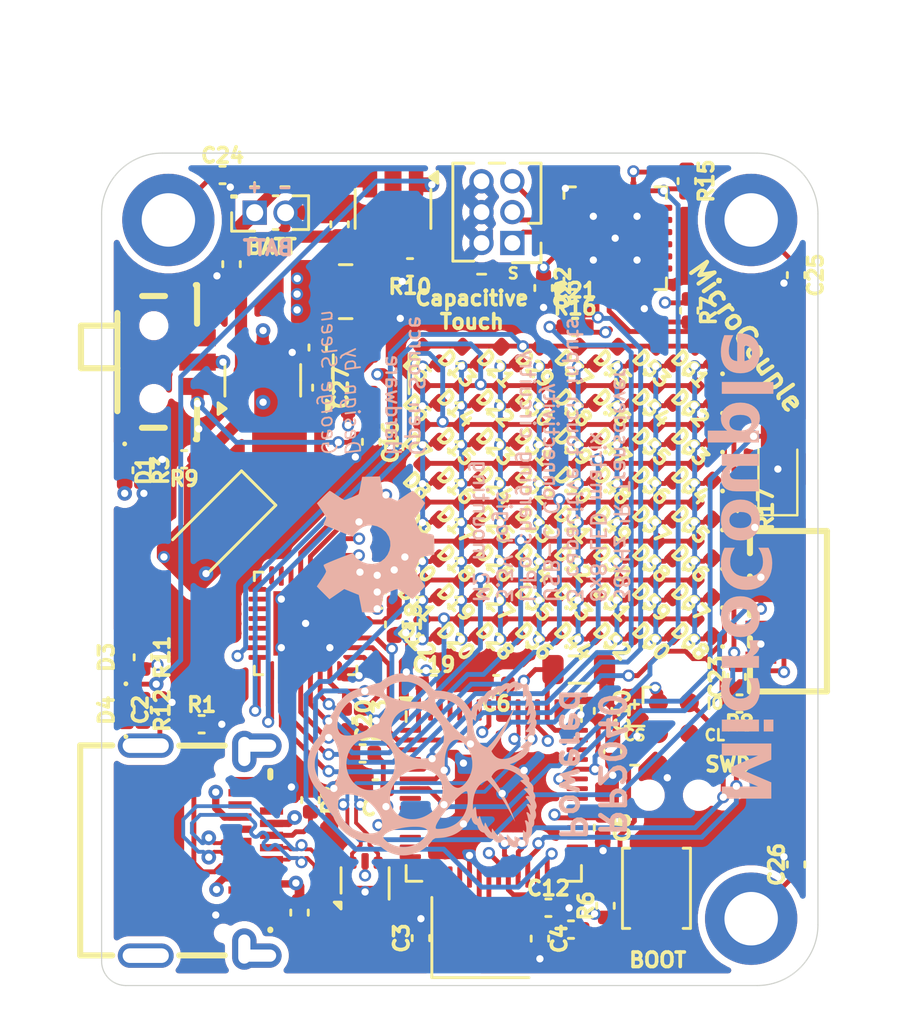
<source format=kicad_pcb>
(kicad_pcb (version 20241229) (generator "pcbnew") (generator_version "9.0")
  (layers (0 "F.Cu" signal) (4 "In1.Cu" signal) (6 "In2.Cu" signal) (2 "B.Cu" signal) (13 "F.Paste" user) (15 "B.Paste" user) (5 "F.SilkS" user "F.Silkscreen") (7 "B.SilkS" user "B.Silkscreen") (1 "F.Mask" user) (3 "B.Mask" user) (25 "Edge.Cuts" user))
  (net 0 "")
  (net 1 "GND")
  (net 2 "+BATT")
  (net 3 "+3.3V")
  (net 4 "+3.3VA")
  (net 5 "+1V1")
  (net 6 "VBUS")
  (net 7 "/XIN")
  (net 8 "/XOUT")
  (net 9 "Net-(J2-SHIELD)")
  (net 10 "/Battery Management/VIN")
  (net 11 "/~{MX_SDB}")
  (net 12 "/CT_RESET")
  (net 13 "/Battery Management/PWR_ENABLE")
  (net 14 "Net-(D1-K)")
  (net 15 "Net-(D3-A)")
  (net 16 "/Battery Management/Charge Status")
  (net 17 "Net-(D4-K)")
  (net 18 "/LED Matrix/LEDMTX.R7")
  (net 19 "/LED Matrix/LEDMTX.C0")
  (net 20 "/LED Matrix/LEDMTX.C1")
  (net 21 "/LED Matrix/LEDMTX.C2")
  (net 22 "/LED Matrix/LEDMTX.C3")
  (net 23 "/LED Matrix/LEDMTX.C4")
  (net 24 "/LED Matrix/LEDMTX.C5")
  (net 25 "/LED Matrix/LEDMTX.C6")
  (net 26 "/LED Matrix/LEDMTX.C7")
  (net 27 "/LED Matrix/LEDMTX.R6")
  (net 28 "/LED Matrix/LEDMTX.R5")
  (net 29 "/LED Matrix/LEDMTX.R4")
  (net 30 "/LED Matrix/LEDMTX.R3")
  (net 31 "/LED Matrix/LEDMTX.R2")
  (net 32 "/LED Matrix/LEDMTX.R1")
  (net 33 "/LED Matrix/LEDMTX.R0")
  (net 34 "/IR.TX")
  (net 35 "Net-(D69-K)")
  (net 37 "/SWDIO")
  (net 38 "/~{RESET}")
  (net 39 "/SWCLK")
  (net 40 "Net-(U4-SW)")
  (net 49 "/USB.D+")
  (net 50 "/USB.D-")
  (net 51 "Net-(J2-CC2)")
  (net 52 "Net-(J2-CC1)")
  (net 55 "/I2C0.SDL")
  (net 56 "/I2C0.SDA")
  (net 57 "/USB.D_PROTECTED+")
  (net 58 "/USB.D_PROTECTED-")
  (net 59 "Net-(U3-PROG)")
  (net 60 "Net-(U5-ISET)")
  (net 61 "/~{CT_ALERT}")
  (net 64 "/IR.RX")
  (net 85 "/CT_WAKE")
  (net 102 "/Capacitive Touch/CS2")
  (net 109 "/Capacitive Touch/CS4")
  (net 113 "/Capacitive Touch/CS3")
  (net 117 "Net-(C24-Pad1)")
  (net 118 "Net-(C25-Pad1)")
  (net 119 "Net-(C26-Pad1)")
  (net 120 "Net-(U4-BST)")
  (footprint "GS_Optoelectronics:LED_0402_1005Metric" (layer "F.Cu") (at 101.307409 60.9329 135)
    (property "Reference" "D18")
    (property "Value" "Red")
  )
  (footprint "Button_Switch_SMD:SW_SPST_B3U-1000P" (layer "F.Cu") (at 109 74.85 -90)
    (property "Reference" "SW1" (hide yes))
    (property "Value" "SW_Push")
  )
  (footprint "GS_Capacitors:C_0402_1005Metric" (layer "F.Cu") (at 94.3 75.85 -90)
    (property "Reference" "C1" (hide yes))
    (property "Value" "4.7uF")
  )
  (footprint "GS_Resistors:R_0402_1005Metric" (layer "F.Cu") (at 89.55 57.2 180)
    (property "Reference" "R9")
    (property "Value" "100k")
  )
  (footprint "GS_Capacitors:C_0402_1005Metric" (layer "F.Cu") (at 106.8 67.55 -90)
    (property "Reference" "C10")
    (property "Value" "100nF")
  )
  (footprint "GS_Optoelectronics:LED_0402_1005Metric" (layer "F.Cu") (at 107.73598 54.5329 135)
    (property "Reference" "D46")
    (property "Value" "Red")
  )
  (footprint "GS_Optoelectronics:LED_0402_1005Metric" (layer "F.Cu") (at 102.950266 52.909174 135)
    (property "Reference" "D21")
    (property "Value" "Red")
  )
  (footprint "GS_Optoelectronics:LED_0402_1005Metric" (layer "F.Cu") (at 104.521695 59.3329 135)
    (property "Reference" "D33")
    (property "Value" "Red")
  )
  (footprint "GS_Capacitors:C_0402_1005Metric" (layer "F.Cu") (at 95.2 54.25 -90)
    (property "Reference" "C27")
    (property "Value" "100nF")
  )
  (footprint "GS_Optoelectronics:LED_0402_1005Metric" (layer "F.Cu") (at 109.343123 56.1329 135)
    (property "Reference" "D55")
    (property "Value" "Red")
  )
  (footprint "GS_Optoelectronics:LED_0402_1005Metric" (layer "F.Cu") (at 109.343123 57.7329 135)
    (property "Reference" "D56")
    (property "Value" "Red")
  )
  (footprint "GS_Optoelectronics:LED_0402_1005Metric" (layer "F.Cu") (at 107.750266 52.909174 135)
    (property "Reference" "D45")
    (property "Value" "Red")
  )
  (footprint "GS_Optoelectronics:LED_0402_1005Metric" (layer "F.Cu") (at 102.914552 57.7329 135)
    (property "Reference" "D24")
    (property "Value" "Red")
  )
  (footprint "Inductor_SMD:L_1008_2520Metric" (layer "F.Cu") (at 96.2 50.3 180)
    (property "Reference" "L1" (hide yes))
    (property "Value" "2.2uH")
  )
  (footprint "GS_Optoelectronics:LED_0402_1005Metric" (layer "F.Cu") (at 104.521695 62.5329 135)
    (property "Reference" "D35")
    (property "Value" "Red")
  )
  (footprint "Package_TO_SOT_SMD:TSOT-23-6" (layer "F.Cu") (at 97.25 53.7 90)
    (property "Reference" "U4" (hide yes))
    (property "Value" "AP63203WU-7")
  )
  (footprint "GS_Optoelectronics:LED_0402_1005Metric" (layer "F.Cu") (at 106.150266 52.909174 135)
    (property "Reference" "D37")
    (property "Value" "Red")
  )
  (footprint "Package_TO_SOT_SMD:SOT-23-5" (layer "F.Cu") (at 98.15 46.9 -90)
    (property "Reference" "U3" (hide yes))
    (property "Value" "MCP73831")
  )
  (footprint "GS_Optoelectronics:LED_0402_1005Metric" (layer "F.Cu") (at 107.73598 56.1329 135)
    (property "Reference" "D47")
    (property "Value" "Red")
  )
  (footprint "Package_TO_SOT_SMD:SOT-23" (layer "F.Cu") (at 92.7875 53.95 90)
    (property "Reference" "Q1" (hide yes))
    (property "Value" "AO3415")
  )
  (footprint "Package_DFN_QFN:QFN-32-1EP_4x4mm_P0.4mm_EP2.65x2.65mm" (layer "F.Cu") (at 94.55 63.95 -90)
    (property "Reference" "U5" (hide yes))
    (property "Value" "IS31FL3729")
  )
  (footprint "GS_Capacitors:C_0402_1005Metric" (layer "F.Cu") (at 97.25 56.48 -90)
    (property "Reference" "C16")
    (property "Value" "100nF")
  )
  (footprint "GS_Optoelectronics:LED_0402_1005Metric" (layer "F.Cu") (at 101.307409 64.1329 135)
    (property "Reference" "D20")
    (property "Value" "Red")
  )
  (footprint "GS_Capacitors:C_0402_1005Metric" (layer "F.Cu") (at 105.65 51.05)
    (property "Reference" "C21")
    (property "Value" "100nF")
  )
  (footprint "GS_Optoelectronics:LED_0402_1005Metric" (layer "F.Cu") (at 102.914552 60.9329 135)
    (property "Reference" "D26")
    (property "Value" "Red")
  )
  (footprint "Package_DFN_QFN:QFN-24-1EP_4x4mm_P0.5mm_EP2.5x2.5mm" (layer "F.Cu") (at 107.3 48.1 90)
    (property "Reference" "U6" (hide yes))
    (property "Value" "CAP1188")
  )
  (footprint "GS_Optoelectronics:LED_0402_1005Metric" (layer "F.Cu") (at 104.521695 54.5329 135)
    (property "Reference" "D30")
    (property "Value" "Red")
  )
  (footprint "GS_Optoelectronics:LED_0402_1005Metric" (layer "F.Cu") (at 102.914552 54.5329 135)
    (property "Reference" "D22")
    (property "Value" "Red")
  )
  (footprint "GS_Capacitors:C_0402_1005Metric" (layer "F.Cu") (at 104.35 50.15 -90)
    (property "Reference" "C22")
    (property "Value" "100nF")
  )
  (footprint "easyeda2kicad:OPTO-SMD_IRM-V838M3-C-TR1" (layer "F.Cu") (at 113.3 63.45 90)
    (property "Reference" "U7" (hide yes))
    (property "Value" "IRM-V838M3-C/TR1")
  )
  (footprint "GS_Optoelectronics:LED_0402_1005Metric" (layer "F.Cu") (at 99.700266 62.5329 135)
    (property "Reference" "D11")
    (property "Value" "Red")
  )
  (footprint "GS_Optoelectronics:LED_0402_1005Metric" (layer "F.Cu") (at 109.343123 54.5329 135)
    (property "Reference" "D54")
    (property "Value" "Red")
  )
  (footprint "GS_Resistors:R_0402_1005Metric" (layer "F.Cu") (at 87.8 57.65 -90)
    (property "Reference" "R3")
    (property "Value" "1k")
  )
  (footprint "GS_Optoelectronics:LED_0402_1005Metric" (layer "F.Cu") (at 109.343123 64.1329 135)
    (property "Reference" "D60")
    (property "Value" "Red")
  )
  (footprint "GS_Optoelectronics:LED_0402_1005Metric" (layer "F.Cu") (at 99.700266 59.3329 135)
    (property "Reference" "D9")
    (property "Value" "Red")
  )
  (footprint "MountingHole:MountingHole_2.2mm_M2_DIN965_Pad" (layer "F.Cu") (at 112.9 47.35)
    (property "Reference" "H2" (hide yes))
    (property "Value" "MountingHole_Pad")
  )
  (footprint "GS_Resistors:R_0402_1005Metric" (layer "F.Cu") (at 87.85 65.345 -90)
    (property "Reference" "R11")
    (property "Value" "1.5k")
  )
  (footprint "GS_Optoelectronics:LED_0402_1005Metric" (layer "F.Cu") (at 101.307409 54.5329 135)
    (property "Reference" "D14")
    (property "Value" "Red")
  )
  (footprint "GS_Capacitors:C_0402_1005Metric" (layer "F.Cu") (at 95.05 52.6 -90)
    (property "Reference" "C17" (hide yes))
    (property "Value" "4.7uF")
  )
  (footprint "GS_Optoelectronics:LED_0402_1005Metric" (layer "F.Cu") (at 106.128837 57.7329 135)
    (property "Reference" "D40")
    (property "Value" "Red")
  )
  (footprint "GS_Optoelectronics:LED_0402_1005Metric" (layer "F.Cu") (at 104.521695 56.1329 135)
    (property "Reference" "D31")
    (property "Value" "Red")
  )
  (footprint "GS_Optoelectronics:LED_0402_1005Metric" (layer "F.Cu") (at 99.700266 64.1329 135)
    (property "Reference" "D12")
    (property "Value" "Red")
  )
  (footprint "Package_DFN_QFN:QFN-56-1EP_7x7mm_P0.4mm_EP3.2x3.2mm" (layer "F.Cu") (at 102.3 70.95)
    (property "Reference" "U2" (hide yes))
    (property "Value" "RP2040")
  )
  (footprint "GS_Capacitors:C_0402_1005Metric" (layer "F.Cu") (at 88.55 67.5 90)
    (property "Reference" "C2")
    (property "Value" "100nF")
  )
  (footprint "GS_Optoelectronics:LED_0402_1005Metric" (layer "F.Cu") (at 99.700266 52.909174 135)
    (property "Reference" "D5")
    (property "Value" "Red")
  )
  (footprint "GS_Optoelectronics:LED_0402_1005Metric" (layer "F.Cu") (at 109.343123 60.9329 135)
    (property "Reference" "D58")
    (property "Value" "Red")
  )
  (footprint "Inductor_SMD:L_0805_2012Metric" (layer "F.Cu") (at 105.8 65.85)
    (property "Reference" "FB1" (hide yes))
    (property "Value" "120R @ 100MHz")
  )
  (footprint "MountingHole:MountingHole_2.2mm_M2_DIN965_Pad" (layer "F.Cu") (at 112.9 76.1)
    (property "Reference" "H3" (hide yes))
    (property "Value" "MountingHole_Pad")
  )
  (footprint "GS_Optoelectronics:LED_0402_1005Metric" (layer "F.Cu") (at 110.950266 62.5329 135)
    (property "Reference" "D67")
    (property "Value" "Red")
  )
  (footprint "GS_Optoelectronics:LED_0402_1005Metric" (layer "F.Cu") (at 106.128837 56.1329 135)
    (property "Reference" "D39")
    (property "Value" "Red")
  )
  (footprint "GS_Capacitors:C_0402_1005Metric" (layer "F.Cu") (at 95.95 47.53 90)
    (property "Reference" "C14" (hide yes))
    (property "Value" "4.7uF")
  )
  (footprint "GS_Optoelectronics:LED_0402_1005Metric" (layer "F.Cu") (at 102.914552 56.1329 135)
    (property "Reference" "D23")
    (property "Value" "Red")
  )
  (footprint "GS_Resistors:R_0402_1005Metric" (layer "F.Cu") (at 96.85 67.95 -90)
    (property "Reference" "R13")
    (property "Value" "10k")
  )
  (footprint "GS_Optoelectronics:LED_0402_1005Metric" (layer "F.Cu") (at 101.307409 62.5329 135)
    (property "Reference" "D19")
    (property "Value" "Red")
  )
  (footprint "GS_Optoelectronics:LED_0402_1005Metric" (layer "F.Cu") (at 106.128837 64.1329 135)
    (property "Reference" "D44")
    (property "Value" "Red")
  )
  (footprint "GS_Capacitors:C_0402_1005Metric" (layer "F.Cu") (at 96.15 67.95 -90)
    (property "Reference" "C20")
    (property "Value" "100nF")
  )
  (footprint "GS_Optoelectronics:LED_0402_1005Metric" (layer "F.Cu") (at 110.950266 60.9329 135)
    (property "Reference" "D66")
    (property "Value" "Red")
  )
  (footprint "Connector_PinHeader_1.27mm:PinHeader_2x03_P1.27mm_Vertical" (layer "F.Cu") (at 103.065 48.298 180)
    (property "Reference" "J4" (hide yes))
    (property "Value" "Conn_02x03_Odd_Even" (hide yes))
  )
  (footprint "GS_Capacitors:C_0402_1005Metric" (layer "F.Cu") (at 104.55 75.65)
    (property "Reference" "C12")
    (property "Value" "100nF")
  )
  (footprint "GS_Capacitors:C_0402_1005Metric" (layer "F.Cu") (at 99.83 66.45)
    (property "Reference" "C19")
    (property "Value" "100nF")
  )
  (footprint "GS_Optoelectronics:LED_0402_1005Metric" (layer "F.Cu") (at 99.700266 57.7329 135)
    (property "Reference" "D8")
    (property "Value" "Red")
  )
  (footprint "GS_Capacitors:C_0402_1005Metric" (layer "F.Cu") (at 102.4 66.45 180)
    (property "Reference" "C6")
    (property "Value" "100nF")
  )
  (footprint "GS_Optoelectronics:LED_0402_1005Metric" (layer "F.Cu") (at 104.521695 64.1329 135)
    (property "Reference" "D36")
    (property "Value" "Red")
  )
  (footprint "GS_Optoelectronics:LED_0402_1005Metric" (layer "F.Cu") (at 109.350266 52.909174 135)
    (property "Reference" "D53")
    (property "Value" "Red")
  )
  (footprint "GS_Optoelectronics:LED_0402_1005Metric" (layer "F.Cu") (at 110.950266 64.1329 135)
    (property "Reference" "D68")
    (property "Value" "Red")
  )
  (footprint "GS_Optoelectronics:LED_0402_1005Metric" (layer "F.Cu") (at 99.700266 54.5329 135)
    (property "Reference" "D6")
    (property "Value" "Red")
  )
  (footprint "Package_TO_SOT_SMD:SOT-666" (layer "F.Cu") (at 97 74.65 90)
    (property "Reference" "U1" (hide yes))
    (property "Value" "USBLC6-2P6-MS")
  )
  (footprint "GS_Optoelectronics:LED_0402_1005Metric" (layer "F.Cu") (at 102.914552 62.5329 135)
    (property "Reference" "D27")
    (property "Value" "Red")
  )
  (footprint "GS_Optoelectronics:LED_0402_1005Metric" (layer "F.Cu") (at 109.343123 59.3329 135)
    (property "Reference" "D57")
    (property "Value" "Red")
  )
  (footprint "GS_Resistors:R_0402_1005Metric" (layer "F.Cu") (at 90.27 68.1)
    (property "Reference" "R1")
    (property "Value" "5.1k")
  )
  (footprint "GS_Optoelectronics:LED_0402_1005Metric" (layer "F.Cu") (at 102.914552 64.1329 135)
    (property "Reference" "D28")
    (property "Value" "Red")
  )
  (footprint "GS_Optoelectronics:LED_0402_1005Metric" (layer "F.Cu") (at 101.350266 52.909174 135)
    (property "Reference" "D13")
    (property "Value" "Red")
  )
  (footprint "GS_Resistors:R_0402_1005Metric" (layer "F.Cu") (at 98.85 49.3 180)
    (property "Reference" "R10")
    (property "Value" "10k")
  )
  (footprint "GS_Optoelectronics:LED_0402_1005Metric" (layer "F.Cu") (at 110.950266 56.1329 135)
    (property "Reference" "D63")
    (property "Value" "Red")
  )
  (footprint "GS_Resistors:R_0402_1005Metric" (layer "F.Cu") (at 87.85 67.53 -90)
    (property "Reference" "R12")
    (property "Value" "1.5k")
  )
  (footprint "GS_Optoelectronics:LED_0402_1005Metric" (layer "F.Cu") (at 110.950266 57.7329 135)
    (property "Reference" "D64")
    (property "Value" "Red")
  )
  (footprint "GS_Capacitors:C_0402_1005Metric" (layer "F.Cu") (at 114.75 73.87 90)
    (property "Reference" "C26")
    (property "Value" "100nF")
  )
  (footprint "GS_Resistors:R_0402_1005Metric" (layer "F.Cu") (at 110.35 51.08 -90)
    (property "Reference" "R7")
    (property "Value" "5.1k")
  )
  (footprint "GS_Optoelectronics:LED_0402_1005Metric" (layer "F.Cu") (at 99.700266 60.9329 135)
    (property "Reference" "D10")
    (property "Value" "Red")
  )
  (footprint "GS_Resistors:R_0402_1005Metric" (layer "F.Cu") (at 112.7 59.25 -90)
    (property "Reference" "R17")
    (property "Value" "330R")
  )
  (footprint "GS_Capacitors:C_0402_1005Metric" (layer "F.Cu") (at 99.3 76.9 90)
    (property "Reference" "C3")
    (property "Value" "14pF")
  )
  (footprint "GS_Optoelectronics:LED_0402_1005Metric" (layer "F.Cu") (at 104.550266 52.909174 135)
    (property "Reference" "D29")
    (property "Value" "Red")
  )
  (footprint "Connector:Tag-Connect_TC2030-IDC-NL_2x03_P1.27mm_Vertical" (layer "F.Cu") (at 109.715 68.48 -90)
    (property "Reference" "J1" (hide yes))
    (property "Value" "Conn_ARM_SWD_TagConnect_TC2030-NL" (hide yes))
  )
  (footprint "GS_Capacitors:C_0402_1005Metric" (layer "F.Cu") (at 114.75 49.62 -90)
    (property "Reference" "C25")
    (property "Value" "100nF")
  )
  (footprint "GS_Capacitors:C_0402_1005Metric" (layer "F.Cu") (at 104.2 76.92 -90)
    (property "Reference" "C4")
    (property "Value" "14pF")
  )
  (footprint "GS_Optoelectronics:LED_0402_1005Metric" (layer "F.Cu") (at 101.307409 57.7329 135)
    (property "Reference" "D16")
    (property "Value" "Red")
  )
  (footprint "GS_Optoelectronics:LED_0402_1005Metric" (layer "F.Cu") (at 107.73598 62.5329 135)
    (property "Reference" "D51")
    (property "Value" "Red")
  )
  (footprint "GS_Optoelectronics:LED_0402_1005Metric" (layer "F.Cu") (at 99.700266 56.1329 135)
    (property "Reference" "D7")
    (property "Value" "Red")
  )
  (footprint "GS_Optoelectronics:LED_0402_1005Metric" (layer "F.Cu") (at 107.73598 59.3329 135)
    (property "Reference" "D49")
    (property "Value" "Red")
  )
  (footprint "easyeda2kicad:LED-SMD_L3.0-W2.7-RD" (layer "F.Cu") (at 114 57.6 90)
    (property "Reference" "D69" (hide yes))
    (property "Value" "IR")
  )
  (footprint "GS_Optoelectronics:LED_0402_1005Metric" (layer "F.Cu") (at 109.343123 62.5329 135)
    (property "Reference" "D59")
    (property "Value" "Red")
  )
  (footprint "GS_Capacitors:C_0402_1005Metric" (layer "F.Cu") (at 107.2 69.175 -90)
    (property "Reference" "C9" (hide yes))
    (property "Value" "4.7uF")
  )
  (footprint "GS_Resistors:R_0402_1005Metric" (layer "F.Cu") (at 112.42 67.25 180)
    (property "Reference" "R8")
    (property "Value" "5.1k")
  )
  (footprint "GS_Optoelectronics:LED_0402_1005Metric" (layer "F.Cu") (at 106.128837 59.3329 135)
    (property "Reference" "D41")
    (property "Value" "Red")
  )
  (footprint "GS_Optoelectronics:LED_0402_1005Metric" (layer "F.Cu") (at 104.521695 57.7329 135)
    (property "Reference" "D32")
    (property "Value" "Red")
  )
  (footprint "GS_Optoelectronics:LED_0402_1005Metric" (layer "F.Cu") (at 107.73598 57.7329 135)
    (property "Reference" "D48")
    (property "Value" "Red")
  )
  (footprint "GS_Optoelectronics:LED_0402_1005Metric" (layer "F.Cu") (at 107.73598 60.9329 135)
    (property "Reference" "D50")
    (property "Value" "Red")
  )
  (footprint "GS_Optoelectronics:LED_0402_1005Metric" (layer "F.Cu") (at 107.73598 64.1329 135)
    (property "Reference" "D52")
    (property "Value" "Red")
  )
  (footprint "GS_Switches:MSK12CO2" (layer "F.Cu") (at 88.58 53.075 -90)
    (property "Reference" "SW2" (hide yes))
    (property "Value" "MSK12CO2")
  )
  (footprint "GS_Optoelectronics:LED_0402_1005Metric" (layer "F.Cu") (at 106.128837 54.5329 135)
    (property "Reference" "D38")
    (property "Value" "Red")
  )
  (footprint "GS_Capacitors:C_0402_1005Metric" (layer "F.Cu") (at 98.2 63.995 -90)
    (property "Reference" "C18")
    (property "Value" "100nF")
  )
  (footprint "GS_Optoelectronics:LED_0402_1005Metric" (layer "F.Cu") (at 102.914552 59.3329 135)
    (property "Reference" "D25")
    (property "Value" "Red")
  )
  (footprint "Connector_PinSocket_1.27mm:PinSocket_2x01_P1.27mm_Vertical" (layer "F.Cu") (at 92.455 47.05 180)
    (property "Reference" "BT1" (hide yes))
    (property "Value" "Battery_Cell")
  )
  (footprint "GS_Capacitors:C_0402_1005Metric" (layer "F.Cu") (at 106.8 72.35 -90)
    (property "Reference" "C5")
    (property "Value" "100nF")
  )
  (footprint "GS_Optoelectronics:LED_0402_1005Metric" (layer "F.Cu") (at 104.521695 60.9329 135)
    (property "Reference" "D34")
    (property "Value" "Red")
  )
  (footprint "GS_Capacitors:C_0402_1005Metric" (layer "F.Cu") (at 96.9 69.3 180)
    (property "Reference" "C8" (hide yes))
    (property "Value" "4.7uF")
  )
  (footprint "GS_Capacitors:C_0402_1005Metric" (layer "F.Cu") (at 97.43 70.75 180)
    (property "Reference" "C7")
    (property "Value" "100nF")
  )
  (footprint "GS_Connectors:USB-C-SMD" (layer "F.Cu") (at 90.5875 73.47 -90)
    (property "Reference" "J2" (hide yes))
    (property "Value" "USB_C_Socket")
  )
  (footprint "Crystal:Crystal_SMD_3225-4Pin_3.2x2.5mm" (layer "F.Cu") (at 101.75 76.875)
    (property "Reference" "X1" (hide yes))
    (property "Value" "12MHz 12pF")
  )
  (footprint "GS_Optoelectronics:LED_0402_1005Metric" (layer "F.Cu") (at 110.950266 59.3329 135)
    (property "Reference" "D65")
    (property "Value" "Red")
  )
  (footprint "GS_Resistors:R_0402_1005Metric" (layer "F.Cu") (at 105.65 51.75)
    (property "Reference" "R16")
    (property "Value" "100k")
  )
  (footprint "GS_Resistors:R_0402_1005Metric" (layer "F.Cu") (at 106.9 75.57 90)
    (property "Reference" "R6")
    (property "Value" "5.1k")
  )
  (footprint "GS_Optoelectronics:LED_0402_1005Metric" (layer "F.Cu") (at 101.307409 59.3329 135)
    (property "Reference" "D17")
    (property "Value" "Red")
  )
  (footprint "MountingHole:MountingHole_2.2mm_M2_DIN965_Pad" (layer "F.Cu") (at 88.9 47.35)
    (property "Reference" "H1" (hide yes))
    (property "Value" "MountingHole_Pad")
  )
  (footprint "GS_Optoelectronics:LED_0402_1005Metric" (layer "F.Cu") (at 106.128837 62.5329 135)
    (property "Reference" "D43")
    (property "Value" "Red")
  )
  (footprint "GS_Capacitors:C_0402_1005Metric" (layer "F.Cu") (at 105.48 76.55)
    (property "Reference" "C11" (hide yes))
    (property "Value" "4.7uF")
  )
  (footprint "GS_Capacitors:C_0402_1005Metric" (layer "F.Cu") (at 98.2 56.7 -90)
    (property "Reference" "C15" (hide yes))
    (property "Value" "4.7uF")
  )
  (footprint "GS_Optoelectronics:LED_0402_1005Metric" (layer "F.Cu") (at 87.15 65.345 90)
    (property "Reference" "D3")
    (property "Value" "Red")
  )
  (footprint "GS_Capacitors:C_0402_1005Metric" (layer "F.Cu") (at 91.5 49.17 -90)
    (property "Reference" "C13" (hide yes))
    (property "Value" "4.7uF")
  )
  (footprint "GS_Optoelectronics:LED_0402_1005Metric" (layer "F.Cu") (at 87.1 57.655 -90)
    (property "Reference" "D1")
    (property "Value" "Green")
  )
  (footprint "Diode_SMD:D_SOD-123" (layer "F.Cu") (at 90.95 60.05 -135)
    (property "Reference" "D2" (hide yes))
    (property "Value" "40V 1A")
  )
  (footprint "GS_Resistors:R_0402_1005Metric" (layer "F.Cu") (at 94.75 71.22 -90)
    (property "Reference" "R2")
    (property "Value" "5.1k")
  )
  (footprint "GS_Optoelectronics:LED_0402_1005Metric" (layer "F.Cu") (at 106.128837 60.9329 135)
    (property "Reference" "D42")
    (property "Value" "Red")
  )
  (footprint "GS_Optoelectronics:LED_0402_1005Metric" (layer "F.Cu") (at 87.15 67.52 90)
    (property "Reference" "D4")
    (property "Value" "Green")
  )
  (footprint "GS_Optoelectronics:LED_0402_1005Metric" (layer "F.Cu") (at 101.307409 56.1329 135)
    (property "Reference" "D15")
    (property "Value" "Red")
  )
  (footprint "GS_Capacitors:C_0402_1005Metric" (layer "F.Cu") (at 91.13 45.5)
    (property "Reference" "C24")
    (property "Value" "100nF")
  )
  (footprint "GS_Optoelectronics:LED_0402_1005Metric" (layer "F.Cu") (at 110.950266 54.5329 135)
    (property "Reference" "D62")
    (property "Value" "Red")
  )
  (footprint "GS_Optoelectronics:LED_0402_1005Metric" (layer "F.Cu") (at 110.950266 52.909174 135)
    (property "Reference" "D61")
    (property "Value" "Red")
  )
  (footprint "GS_Resistors:R_0402_1005Metric" (layer "F.Cu") (at 110.25 45.75 -90)
    (property "Reference" "R15")
    (property "Value" "10k")
  )
  (footprint "GS_Capacitors:C_0402_1005Metric" (layer "F.Cu") (at 112.3 66.15 90)
    (property "Reference" "C23")
    (property "Value" "100nF")
  )
  (footprint "GS_Resistors:R_0402_1005Metric" (layer "F.Cu") (at 98.2 62.595 90)
    (property "Reference" "R14")
    (property "Value" "100k")
  )
  (footprint "LOGO" (layer "B.Cu") (at 99.35 69.75 90)
    (property "Reference" "G***" (hide yes))
    (property "Value" "LOGO" (hide yes))
  )
  (footprint "LOGO" (layer "B.Cu") (at 97.3 60.75 90)
    (property "Reference" "G***" (hide yes))
    (property "Value" "LOGO" (hide yes))
  )
  (gr_arc (start 87.15 78.85) (mid 86.442893 78.557107) (end 86.15 77.85) (stroke (width 0.05)) (layer "Edge.Cuts"))
  (gr_line (start 115.65 76.35) (end 115.65 47.1) (stroke (width 0.05)) (layer "Edge.Cuts"))
  (gr_arc (start 86.15 47.1) (mid 86.882233 45.332233) (end 88.65 44.6) (stroke (width 0.05)) (layer "Edge.Cuts"))
  (gr_arc (start 113.15 44.6) (mid 114.917767 45.332233) (end 115.65 47.1) (stroke (width 0.05)) (layer "Edge.Cuts"))
  (gr_arc (start 115.65 76.35) (mid 114.917767 78.117767) (end 113.15 78.85) (stroke (width 0.05)) (layer "Edge.Cuts"))
  (gr_line (start 86.15 47.1) (end 86.15 77.85) (stroke (width 0.05)) (layer "Edge.Cuts"))
  (gr_line (start 113.15 44.6) (end 88.65 44.6) (stroke (width 0.05)) (layer "Edge.Cuts"))
  (gr_line (start 87.15 78.85) (end 113.15 78.85) (stroke (width 0.05)) (layer "Edge.Cuts"))
  (gr_text "CL" (at 111.4 68.55 0) (layer "F.SilkS") (effects (font (size 0.45 0.45) (thickness 0.1125) (bold yes))))
  (gr_text "BATT" (at 93.15 48.45 0) (layer "F.SilkS") (effects (font (size 0.6 0.6) (thickness 0.15) (bold yes))))
  (gr_text "+" (at 108.1 67.25 0) (layer "F.SilkS") (effects (font (size 0.45 0.45) (thickness 0.1125) (bold yes))))
  (gr_text "IO" (at 111.4 67.25 0) (layer "F.SilkS") (effects (font (size 0.45 0.45) (thickness 0.1125) (bold yes))))
  (gr_text "-" (at 108.1 69.75 0) (layer "F.SilkS") (effects (font (size 0.45 0.45) (thickness 0.1125) (bold yes))))
  (gr_text "Capacitive\nTouch" (at 101.4 51.05 0) (layer "F.SilkS") (effects (font (size 0.6 0.6) (thickness 0.15) (bold yes))))
  (gr_text "MicroCouple" (at 112.7 52.15 305) (layer "F.SilkS") (effects (font (size 0.8 0.8) (thickness 0.17) (bold yes))))
  (gr_text "BOOT" (at 109.05 77.8 0) (layer "F.SilkS") (effects (font (size 0.6 0.6) (thickness 0.15) (bold yes))))
  (gr_text "SWD" (at 111.95 69.75 0) (layer "F.SilkS") (effects (font (size 0.6 0.6) (thickness 0.15) (bold yes))))
  (gr_text "-" (at 101.8 49.55 0) (layer "F.SilkS") (effects (font (size 0.45 0.45) (thickness 0.1125) (bold yes))))
  (gr_text "S" (at 103.1 49.55 0) (layer "F.SilkS") (effects (font (size 0.45 0.45) (thickness 0.1125) (bold yes))))
  (gr_text "~{CS}" (at 108.1 68.55 0) (layer "F.SilkS") (effects (font (size 0.45 0.45) (thickness 0.1125) (bold yes))))
  (gr_text "+" (at 92.45 45.95 0) (layer "F.SilkS") (effects (font (size 0.45 0.45) (thickness 0.1125) (bold yes))))
  (gr_text "-" (at 93.7 45.95 0) (layer "F.SilkS") (effects (font (size 0.45 0.45) (thickness 0.1125) (bold yes))))
  (gr_text "38kHz IR Transciever\n8x8 LED matrix\n3 capacitive touch inputs\nUSB-C Connectivity\nLiPo charging circuitry\n3.3V logic\nM2 mounting" (at 107.9 63.15 270) (layer "B.SilkS") (effects (font (size 0.6 0.6) (thickness 0.1)) (justify left top mirror)))
  (gr_text "Open Source\nHardware" (at 97.8 57.1 270) (layer "B.SilkS") (effects (font (size 0.6 0.6) (thickness 0.1)) (justify left bottom mirror)))
  (gr_text "RP2040\nPowered" (at 104.95 69.75 270) (layer "B.SilkS") (effects (font (size 1 1) (thickness 0.2) (bold yes)) (justify bottom mirror)))
  (gr_text "+" (at 92.45 46 -0) (layer "B.SilkS") (effects (font (size 0.45 0.45) (thickness 0.1125) (bold yes)) (justify mirror)))
  (gr_text "Design by\nGeorge Sleen" (at 95.15 57.1 270) (layer "B.SilkS") (effects (font (size 0.6 0.6) (thickness 0.075) (italic yes)) (justify left bottom mirror)))
  (gr_text "BATT" (at 93 48.5 -0) (layer "B.SilkS") (effects (font (size 0.6 0.6) (thickness 0.15) (bold yes)) (justify mirror)))
  (gr_text "-" (at 93.7 46 -0) (layer "B.SilkS") (effects (font (size 0.45 0.45) (thickness 0.1125) (bold yes)) (justify mirror)))
  (gr_text "MicroCouple" (at 111.35 61.65 270) (layer "B.SilkS") (effects (font (size 2 2) (thickness 0.3) (bold yes)) (justify bottom mirror)))
  (via (at 97.55 72.25) (size 0.5) (drill 0.3) (layers "F.Cu" "B.Cu") (net 0))
  (segment (start 93.725 47.05) (end 93.725 47.66849) (width 0.4) (layer "F.Cu") (net 1))
  (segment (start 114.75 49.94) (end 114.26 49.94) (width 0.2) (layer "F.Cu") (net 1))
  (segment (start 97 75) (end 96.85 74.85) (width 0.2) (layer "F.Cu") (net 1))
  (segment (start 90.88 75.92) (end 90.85 75.95) (width 0.3) (layer "F.Cu") (net 1))
  (segment (start 106.8 72.67) (end 106.8 73.3) (width 0.2) (layer "F.Cu") (net 1))
  (segment (start 106.599 69.054) (end 107.2 69.655) (width 0.2) (layer "F.Cu") (net 1))
  (segment (start 106.05 50.05) (end 106.05 50.97) (width 0.2) (layer "F.Cu") (net 1))
  (segment (start 98.7 65.95) (end 98.9 65.75) (width 0.2) (layer "F.Cu") (net 1))
  (segment (start 91.8475 70.42) (end 92.55 70.42) (width 0.3) (layer "F.Cu") (net 1))
  (segment (start 98.2 51.65) (end 98.45 51.4) (width 0.5) (layer "F.Cu") (net 1))
  (segment (start 104.165 77.225) (end 103.375 77.225) (width 0.2) (layer "F.Cu") (net 1))
  (segment (start 114.26 49.94) (end 114.25 49.95) (width 0.2) (layer "F.Cu") (net 1))
  (segment (start 96.6 57.1) (end 96.9 56.8) (width 0.4) (layer "F.Cu") (net 1))
  (segment (start 106.599 68.071) (end 106.599 69.054) (width 0.2) (layer "F.Cu") (net 1))
  (segment (start 87.85 67.21) (end 88.52 67.21) (width 0.2) (layer "F.Cu") (net 1))
  (segment (start 94.55 70.7) (end 94.75 70.9) (width 0.4) (layer "F.Cu") (net 1))
  (segment (start 106.19 51.97) (end 106.9 51.97) (width 0.2) (layer "F.Cu") (net 1))
  (segment (start 97 75.575) (end 97 75) (width 0.2) (layer "F.Cu") (net 1))
  (segment (start 87.8 57.97) (end 87.8 58.509997) (width 0.2) (layer "F.Cu") (net 1))
  (segment (start 98.680104 64.333657) (end 98.218657 64.333657) (width 0.4) (layer "F.Cu") (net 1))
  (segment (start 104.35 50.47) (end 104.35 50.95) (width 0.2) (layer "F.Cu") (net 1))
  (segment (start 100.15 66.45) (end 102.08 66.45) (width 0.2) (layer "F.Cu") (net 1))
  (segment (start 88.55 67.18) (end 89.03 67.18) (width 0.2) (layer "F.Cu") (net 1))
  (segment (start 96.55 65.9) (end 96.75 66.1) (width 0.2) (layer "F.Cu") (net 1))
  (segment (start 96.42 70.06) (end 97.11 70.75) (width 0.4) (layer "F.Cu") (net 1))
  (segment (start 98.75 65) (end 98.75 64.403553) (width 0.2) (layer "F.Cu") (net 1))
  (segment (start 90.9 49.65) (end 91.5 49.65) (width 0.6) (layer "F.Cu") (net 1))
  (segment (start 105.4 75.99) (end 105.4 75.656) (width 0.2) (layer "F.Cu") (net 1))
  (segment (start 91.8475 75.92) (end 90.88 75.92) (width 0.3) (layer "F.Cu") (net 1))
  (segment (start 93.955461 70.67) (end 93.1475 70.67) (width 0.3) (layer "F.Cu") (net 1))
  (segment (start 90.59 68.1) (end 91.1 68.1) (width 0.2) (layer "F.Cu") (net 1))
  (segment (start 96.85 74.85) (end 96.3 74.85) (width 0.2) (layer "F.Cu") (net 1))
  (segment (start 98.9 65.15) (end 98.75 65) (width 0.2) (layer "F.Cu") (net 1))
  (segment (start 106.04614 67.87) (end 105.88514 67.709) (width 0.2) (layer "F.Cu") (net 1))
  (segment (start 106.8 67.87) (end 106.04614 67.87) (width 0.2) (layer "F.Cu") (net 1))
  (segment (start 98.9 65.75) (end 98.9 65.15) (width 0.2) (layer "F.Cu") (net 1))
  (segment (start 113.3 61.55) (end 113.3 62.05) (width 0.2) (layer "F.Cu") (net 1))
  (segment (start 113.3 65.36) (end 113.3 64.8) (width 0.2) (layer "F.Cu") (net 1))
  (segment (start 99.3 76.58) (end 99.3 76.1) (width 0.2) (layer "F.Cu") (net 1))
  (segment (start 89.03 67.18) (end 89.05 67.2) (width 0.2) (layer "F.Cu") (net 1))
  (segment (start 89.23 57.2) (end 88.65 57.2) (width 0.4) (layer "F.Cu") (net 1))
  (segment (start 100.15 65.757144) (end 99.642856 65.25) (width 0.2) (layer "F.Cu") (net 1))
  (segment (start 95.724334 70.75) (end 95.71303 70.738696) (width 0.2) (layer "F.Cu") (net 1))
  (segment (start 93.985461 70.7) (end 94.55 70.7) (width 0.4) (layer "F.Cu") (net 1))
  (segment (start 104.87 75.65) (end 105.394 75.65) (width 0.2) (layer "F.Cu") (net 1))
  (segment (start 98.2 52.5625) (end 98.2 51.65) (width 0.5) (layer "F.Cu") (net 1))
  (segment (start 109.446 70.3) (end 109.446 70.116) (width 0.4) (layer "F.Cu") (net 1))
  (segment (start 101.3 74.3875) (end 101.3 73.5) (width 0.2) (layer "F.Cu") (net 1))
  (segment (start 91.45 45.5) (end 91.45 46) (width 0.2) (layer "F.Cu") (net 1))
  (segment (start 105.97 51.75) (end 105.97 51.05) (width 0.2) (layer "F.Cu") (net 1))
  (segment (start 93.725 47.66849) (end 91.74349 49.65) (width 0.4) (layer "F.Cu") (net 1))
  (segment (start 94.28 53.08) (end 95.05 53.08) (width 0.2) (layer "F.Cu") (net 1))
  (segment (start 97.25 56.8) (end 97.63 57.18) (width 0.4) (layer "F.Cu") (net 1))
  (segment (start 100.15 66.45) (end 100.15 65.757144) (width 0.2) (layer "F.Cu") (net 1))
  (segment (start 89.4 55.95) (end 90.15 55.95) (width 0.5) (layer "F.Cu") (net 1))
  (segment (start 98.75 64.403553) (end 98.680104 64.333657) (width 0.2) (layer "F.Cu") (net 1))
  (segment (start 95.58 70.9) (end 96.42 70.06) (width 0.4) (layer "F.Cu") (net 1))
  (segment (start 112.3 65.83) (end 112.42 65.83) (width 0.2) (layer "F.Cu") (net 1))
  (segment (start 91.74349 49.65) (end 91.5 49.65) (width 0.4) (layer "F.Cu") (net 1))
  (segment (start 87.8 58.509997) (end 87.890003 58.6) (width 0.2) (layer "F.Cu") (net 1))
  (segment (start 99 65.25) (end 98.9 65.15) (width 0.2) (layer "F.Cu") (net 1))
  (segment (start 93.967663 70.682202) (end 93.955461 70.67) (width 0.3) (layer "F.Cu") (net 1))
  (segment (start 96.9 56.8) (end 97.25 56.8) (width 0.4) (layer "F.Cu") (net 1))
  (segment (start 94 52.8) (end 94.28 53.08) (width 0.2) (layer "F.Cu") (net 1))
  (segment (start 95.95 65.9) (end 96.55 65.9) (width 0.2) (layer "F.Cu") (net 1))
  (segment (start 93.967663 70.682202) (end 93.985461 70.7) (width 0.4) (layer "F.Cu") (net 1))
  (segment (start 105.97 51.75) (end 106.19 51.97) (width 0.2) (layer "F.Cu") (net 1))
  (segment (start 96.42 69.3) (end 96.42 70.06) (width 0.4) (layer "F.Cu") (net 1))
  (segment (start 105.96 76.55) (end 105.4 75.99) (width 0.2) (layer "F.Cu") (net 1))
  (segment (start 92.8 70.67) (end 93.1475 70.67) (width 0.3) (layer "F.Cu") (net 1))
  (segment (start 98.53 49.88) (end 98.53 49.3) (width 0.4) (layer "F.Cu") (net 1))
  (segment (start 104.2 77.24) (end 104.2 77.75) (width 0.2) (layer "F.Cu") (net 1))
  (segment (start 96.5 64.15) (end 94.75 64.15) (width 0.2) (layer "F.Cu") (net 1))
  (segment (start 97.63 57.18) (end 98.2 57.18) (width 0.4) (layer "F.Cu") (net 1))
  (segment (start 92.55 70.42) (end 92.8 70.67) (width 0.3) (layer "F.Cu") (net 1))
  (segment (start 95.95 47.05) (end 93.725 47.05) (width 0.6) (layer "F.Cu") (net 1))
  (segment (start 105.394 75.65) (end 105.4 75.656) (width 0.2) (layer "F.Cu") (net 1))
  (segment (start 94.75 70.9) (end 95.58 70.9) (width 0.4) (layer "F.Cu") (net 1))
  (segment (start 107.2 70.2) (end 107.2 69.655) (width 0.4) (layer "F.Cu") (net 1))
  (segment (start 109.446 70.116) (end 109.08 69.75) (width 0.4) (layer "F.Cu") (net 1))
  (segment (start 112.7 59.65) (end 113.05 60) (width 0.2) (layer "F.Cu") (net 1))
  (segment (start 106.8 67.87) (end 106.599 68.071) (width 0.2) (layer "F.Cu") (net 1))
  (segment (start 98.2 62.275) (end 98.2 61.75) (width 0.2) (layer "F.Cu") (net 1))
  (segment (start 112.42 65.83) (end 112.89 65.36) (width 0.2) (layer "F.Cu") (net 1))
  (segment (start 98.218657 64.333657) (end 98.2 64.315) (width 0.4) (layer "F.Cu") (net 1))
  (segment (start 99.355 76.525) (end 100.175 76.525) (width 0.2) (layer "F.Cu") (net 1))
  (segment (start 96.3 74.85) (end 97.6 74.85) (width 0.2) (layer "F.Cu") (net 1))
  (segment (start 99.642856 65.25) (end 99 65.25) (width 0.2) (layer "F.Cu") (net 1))
  (segment (start 114.75 73.55) (end 114.25 73.55) (width 0.2) (layer "F.Cu") (net 1))
  (via (at 113.05 60) (size 0.5) (drill 0.3) (layers "F.Cu" "B.Cu") (net 1))
  (via (at 90.9 49.65) (size 0.6) (drill 0.3) (layers "F.Cu" "B.Cu") (net 1))
  (via (at 106.8 73.3) (size 0.5) (drill 0.3) (layers "F.Cu" "B.Cu") (net 1))
  (via (at 113.3 64.8) (size 0.5) (drill 0.3) (layers "F.Cu" "B.Cu") (net 1))
  (via (at 89.05 67.2) (size 0.5) (drill 0.3) (layers "F.Cu" "B.Cu") (net 1))
  (via (at 102.647069 70.947069) (size 0.5) (drill 0.3) (layers "F.Cu" "B.Cu") (net 1))
  (via (at 108.2 47.2) (size 0.5) (drill 0.3) (layers "F.Cu" "B.Cu") (net 1))
  (via (at 107.2 70.2) (size 0.5) (drill 0.3) (layers "F.Cu" "B.Cu") (net 1))
  (via (at 108.2 49) (size 0.5) (drill 0.3) (layers "F.Cu" "B.Cu") (net 1))
  (via (at 95.55 64.95) (size 0.5) (drill 0.3) (layers "F.Cu" "B.Cu") (net 1))
  (via (at 98.53 49.88) (size 0.6) (drill 0.3) (layers "F.Cu" "B.Cu") (net 1))
  (via (at 94.55 63.95) (size 0.5) (drill 0.3) (layers "F.Cu" "B.Cu") (net 1))
  (via (at 98.45 51.4) (size 0.5) (drill 0.3) (layers "F.Cu" "B.Cu") (net 1))
  (via (at 90.85 75.95) (size 0.6) (drill 0.3) (layers "F.Cu" "B.Cu") (net 1))
  (via (at 105.4 75.656) (size 0.5) (drill 0.3) (layers "F.Cu" "B.Cu") (net 1))
  (via (at 106.4 49) (size 0.5) (drill 0.3) (layers "F.Cu" "B.Cu") (net 1))
  (via (at 91.45 46) (size 0.5) (drill 0.3) (layers "F.Cu" "B.Cu") (net 1))
  (via (at 93.967663 70.682202) (size 0.6) (drill 0.3) (layers "F.Cu" "B.Cu") (net 1))
  (via (at 98.680104 64.333657) (size 0.5) (drill 0.3) (layers "F.Cu" "B.Cu") (net 1))
  (via (at 103.55 70) (size 0.5) (drill 0.3) (layers "F.Cu" "B.Cu") (net 1))
  (via (at 109.446 70.3) (size 0.5) (drill 0.3) (layers "F.Cu" "B.Cu") (net 1))
  (via (at 104.35 50.95) (size 0.5) (drill 0.3) (layers "F.Cu" "B.Cu") (net 1))
  (via (at 96.75 66.1) (size 0.5) (drill 0.3) (layers "F.Cu" "B.Cu") (net 1))
  (via (at 96.6 57.1) (size 0.5) (drill 0.3) (layers "F.Cu" "B.Cu") (net 1))
  (via (at 93.55 64.95) (size 0.5) (drill 0.3) (layers "F.Cu" "B.Cu") (net 1))
  (via (at 114.25 49.95) (size 0.5) (drill 0.3) (layers "F.Cu" "B.Cu") (net 1))
  (via (at 97 75) (size 0.5) (drill 0.3) (layers "F.Cu" "B.Cu") (net 1))
  (via (at 88.65 57.2) (size 0.6) (drill 0.3) (layers "F.Cu" "B.Cu") (net 1))
  (via (at 105.25 46.05) (size 0.5) (drill 0.3) (layers "F.Cu" "B.Cu") (net 1))
  (via (at 113.3 62.05) (size 0.5) (drill 0.3) (layers "F.Cu" "B.Cu") (net 1))
  (via (at 87.890003 58.6) (size 0.6) (drill 0.3) (layers "F.Cu" "B.Cu") (net 1))
  (via (at 101.05 69.7) (size 0.5) (drill 0.3) (layers "F.Cu" "B.Cu") (net 1))
  (via (at 108.198162 68.598162) (size 0.5) (drill 0.3) (layers "F.Cu" "B.Cu") (net 1))
  (via (at 106.4 47.2) (size 0.5) (drill 0.3) (layers "F.Cu" "B.Cu") (net 1))
  (via (at 99.3 76.1) (size 0.5) (drill 0.3) (layers "F.Cu" "B.Cu") (net 1))
  (via (at 98.2 61.75) (size 0.5) (drill 0.3) (layers "F.Cu" "B.Cu") (net 1))
  (via (at 95.71303 70.738696) (size 0.6) (drill 0.3) (layers "F.Cu" "B.Cu") (net 1))
  (via (at 107.3 48.1) (size 0.5) (drill 0.3) (layers "F.Cu" "B.Cu") (net 1))
  (via (at 98.7 65.95) (size 0.5) (drill 0.3) (layers "F.Cu" "B.Cu") (net 1))
  (via (at 108.5 51) (size 0.5) (drill 0.3) (layers "F.Cu" "B.Cu") (net 1))
  (via (at 114 57.6) (size 0.5) (drill 0.3) (layers "F.Cu" "B.Cu") (net 1))
  (via (at 101.3 73.5) (size 0.5) (drill 0.3) (layers "F.Cu" "B.Cu") (net 1))
  (via (at 104.2 77.75) (size 0.5) (drill 0.3) (layers "F.Cu" "B.Cu") (net 1))
  (via (at 114.25 73.55) (size 0.5) (drill 0.3) (layers "F.Cu" "B.Cu") (net 1))
  (via (at 90.15 55.95) (size 0.6) (drill 0.3) (layers "F.Cu" "B.Cu") (net 1))
  (via (at 91.1 68.1) (size 0.5) (drill 0.3) (layers "F.Cu" "B.Cu") (net 1))
  (via (at 101.05 72.2) (size 0.5) (drill 0.3) (layers "F.Cu" "B.Cu") (net 1))
  (via (at 106.9 51.97) (size 0.5) (drill 0.3) (layers "F.Cu" "B.Cu") (net 1))
  (via (at 94 52.8) (size 0.5) (drill 0.3) (layers "F.Cu" "B.Cu") (net 1))
  (via (at 93.55 62.95) (size 0.5) (drill 0.3) (layers "F.Cu" "B.Cu") (net 1))
  (via (at 105.88514 67.709) (size 0.5) (drill 0.3) (layers "F.Cu" "B.Cu") (net 1))
  (segment (start 92.7875 53.0125) (end 92.7875 51.9125) (width 0.5) (layer "F.Cu") (net 2))
  (segment (start 91.5 48.005) (end 92.455 47.05) (width 0.6) (layer "F.Cu") (net 2))
  (segment (start 92.7875 51.9125) (end 92.8 51.9) (width 0.5) (layer "F.Cu") (net 2))
  (segment (start 92.455 46.995) (end 92.784 46.666) (width 0.5) (layer "F.Cu") (net 2))
  (segment (start 93.6875 45.7625) (end 97.2 45.7625) (width 0.5) (layer "F.Cu") (net 2))
  (segment (start 91.5 48.67) (end 91.5 48.005) (width 0.6) (layer "F.Cu") (net 2))
  (segment (start 93.341 46.109) (end 93.6875 45.7625) (width 0.5) (layer "F.Cu") (net 2))
  (segment (start 92.784 46.666) (end 92.784 46.660225) (width 0.5) (layer "F.Cu") (net 2))
  (segment (start 92.784 46.660225) (end 93.335225 46.109) (width 0.5) (layer "F.Cu") (net 2))
  (segment (start 93.335225 46.109) (end 93.341 46.109) (width 0.5) (layer "F.Cu") (net 2))
  (via (at 92.8 51.9) (size 0.6) (drill 0.3) (layers "F.Cu" "B.Cu") (net 2))
  (segment (start 99.2 66.76) (end 99.2 68.3) (width 0.2) (layer "F.Cu") (net 3))
  (segment (start 99.51 66.45) (end 99.51 65.892414) (width 0.2) (layer "F.Cu") (net 3))
  (segment (start 112.419 66.351) (end 112.564728 66.351) (width 0.2) (layer "F.Cu") (net 3))
  (segment (start 108.08 45.38) (end 110.25 45.38) (width 0.2) (layer "F.Cu") (net 3))
  (segment (start 104.5 66.125) (end 104.5 67.5125) (width 0.2) (layer "F.Cu") (net 3))
  (segment (start 104.5 68.01949) (end 104.83051 68.35) (width 0.2) (layer "F.Cu") (net 3))
  (segment (start 110.35 50.76) (end 109.361849 50.76) (width 0.2) (layer "F.Cu") (net 3))
  (segment (start 95.90541 66.73712) (end 96.987654 66.73712) (width 0.2) (layer "F.Cu") (net 3))
  (segment (start 95.05 52.12) (end 95.05 50.375) (width 0.5) (layer "F.Cu") (net 3))
  (segment (start 102.5 74.3875) (end 102.5 73.8) (width 0.2) (layer "F.Cu") (net 3))
  (segment (start 104.5 67.5125) (end 104.5 68.01949) (width 0.2) (layer "F.Cu") (net 3))
  (segment (start 112.564728 66.351) (end 113.014728 65.901) (width 0.2) (layer "F.Cu") (net 3))
  (segment (start 97.861684 71.488316) (end 98.323368 71.95) (width 0.2) (layer "F.Cu") (net 3))
  (segment (start 102.5 67.5125) (end 102.5 67) (width 0.2) (layer "F.Cu") (net 3))
  (segment (start 113.014728 65.901) (end 114.201 65.901) (width 0.2) (layer "F.Cu") (net 3))
  (segment (start 104.8 71.89) (end 104.86 71.95) (width 0.2) (layer "F.Cu") (net 3))
  (segment (start 114.201 65.901) (end 114.25 65.95) (width 0.2) (layer "F.Cu") (net 3))
  (segment (start 112.74 67.25) (end 112.74 67.09) (width 0.2) (layer "F.Cu") (net 3))
  (segment (start 104.35 49.83) (end 104.35 49.3) (width 0.2) (layer "F.Cu") (net 3))
  (segment (start 104.83051 68.35) (end 105.7375 68.35) (width 0.2) (layer "F.Cu") (net 3))
  (segment (start 99.51 65.892414) (end 99.51509 65.887324) (width 0.2) (layer "F.Cu") (net 3))
  (segment (start 98.323368 71.95) (end 98.8625 71.95) (width 0.2) (layer "F.Cu") (net 3))
  (segment (start 108.95 66.704) (end 109.08 66.834) (width 0.4) (layer "F.Cu") (net 3))
  (segment (start 99.51509 66.35) (end 99.51509 65.887324) (width 0.2) (layer "F.Cu") (net 3))
  (segment (start 112.3 66.47) (end 112.419 66.351) (width 0.2) (layer "F.Cu") (net 3))
  (segment (start 103.552675 66.311) (end 104.013675 65.85) (width 0.2) (layer "F.Cu") (net 3))
  (segment (start 114.25 64.65) (end 113.69 64.09) (width 0.2) (layer "F.Cu") (net 3))
  (segment (start 102.9 66.96) (end 102.72 66.78) (width 0.2) (layer "F.Cu") (net 3))
  (segment (start 97.861684 71.488316) (end 97.861684 70.861684) (width 0.2) (layer "F.Cu") (net 3))
  (segment (start 105.7375 71.95) (end 106.72 71.95) (width 0.2) (layer "F.Cu") (net 3))
  (segment (start 97.75 69.67) (end 97.38 69.3) (width 0.2) (layer "F.Cu") (net 3))
  (segment (start 109.08 66.834) (end 109.08 67.21) (width 0.4) (layer "F.Cu") (net 3))
  (segment (start 102.9 67.5125) (end 102.9 66.96) (width 0.2) (layer "F.Cu") (net 3))
  (segment (start 95.55 65.9) (end 95.55 66.38171) (width 0.2) (layer "F.Cu") (net 3))
  (segment (start 108.05 45.35) (end 108.08 45.38) (width 0.2) (layer "F.Cu") (net 3))
  (segment (start 104.86 71.95) (end 105.7375 71.95) (width 0.2) (layer "F.Cu") (net 3))
  (segment (start 96.15 66.73712) (end 95.90541 66.73712) (width 0.2) (layer "F.Cu") (net 3))
  (segment (start 114.25 65.95) (end 114.25 64.65) (width 0.2) (layer "F.Cu") (net 3))
  (segment (start 99.51 66.45) (end 99.2 66.76) (width 0.2) (layer "F.Cu") (net 3))
  (segment (start 104.35 49.3) (end 104.8 48.85) (width 0.2) (layer "F.Cu") (net 3))
  (segment (start 103.413675 66.45) (end 102.72 66.45) (width 0.2) (layer "F.Cu") (net 3))
  (segment (start 102.72 66.78) (end 102.72 66.45) (width 0.2) (layer "F.Cu") (net 3))
  (segment (start 104.8 48.85) (end 105.35 48.85) (width 0.2) (layer "F.Cu") (net 3))
  (segment (start 103.538532 66.311) (end 103.538532 66.325143) (width 0.2) (layer "F.Cu") (net 3))
  (segment (start 87.1 57.975) (end 87.1 58.6) (width 0.2) (layer "F.Cu") (net 3))
  (segment (start 96.15 67.63) (end 96.15 66.73712) (width 0.2) (layer "F.Cu") (net 3))
  (segment (start 106.46 75.89) (end 106.45 75.9) (width 0.2) (layer "F.Cu") (net 3))
  (segment (start 106.9 75.89) (end 106.46 75.89) (width 0.2) (layer "F.Cu") (net 3))
  (segment (start 99.2 68.3) (end 99.15 68.35) (width 0.2) (layer "F.Cu") (net 3))
  (segment (start 108.05 46.15) (end 108.05 45.35) (width 0.2) (layer "F.Cu") (net 3))
  (segment (start 104.8 71.818999) (end 104.8 71.89) (width 0.2) (layer "F.Cu") (net 3))
  (segment (start 103.538532 66.325143) (end 103.413675 66.45) (width 0.2) (layer "F.Cu") (net 3))
  (segment (start 108.95 66.6) (end 108.95 66.704) (width 0.4) (layer "F.Cu") (net 3))
  (segment (start 109.361849 50.76) (end 109.351849 50.75) (width 0.2) (layer "F.Cu") (net 3))
  (segment (start 102.5 67) (end 102.72 66.78) (width 0.2) (layer "F.Cu") (net 3))
  (segment (start 97.861684 70.861684) (end 97.75 70.75) (width 0.2) (layer "F.Cu") (net 3))
  (segment (start 104.013675 65.85) (end 104.775 65.85) (width 0.2) (layer "F.Cu") (net 3))
  (segment (start 95.55 66.38171) (end 95.90541 66.73712) (width 0.2) (layer "F.Cu") (net 3))
  (segment (start 96.3 54.8375) (end 96.3 55.8) (width 0.4) (layer "F.Cu") (net 3))
  (segment (start 97.75 70.75) (end 97.75 69.67) (width 0.2) (layer "F.Cu") (net 3))
  (segment (start 112.74 67.09) (end 112.3 66.65) (width 0.2) (layer "F.Cu") (net 3))
  (segment (start 103.538532 66.311) (end 103.552675 66.311) (width 0.2) (layer "F.Cu") (net 3))
  (segment (start 102.5 73.8) (end 102.1 73.4) (width 0.2) (layer "F.Cu") (net 3))
  (segment (start 112.3 66.65) (end 112.3 66.47) (width 0.2) (layer "F.Cu") (net 3))
  (via (at 97.861684 71.488316) (size 0.6) (drill 0.3) (layers "F.Cu" "B.Cu") (net 3))
  (via (at 96.987654 66.73712) (size 0.5) (drill 0.3) (layers "F.Cu" "B.Cu") (net 3))
  (via (at 103.538532 66.311) (size 0.5) (drill 0.3) (layers "F.Cu" "B.Cu") (net 3))
  (via (at 104.35 49.3) (size 0.5) (drill 0.3) (layers "F.Cu" "B.Cu") (net 3))
  (via (at 108.05 45.35) (size 0.5) (drill 0.3) (layers "F.Cu" "B.Cu") (net 3))
  (via (at 96.3 55.8) (size 0.5) (drill 0.3) (layers "F.Cu" "B.Cu") (net 3))
  (via (at 106.45 75.9) (size 0.5) (drill 0.3) (layers "F.Cu" "B.Cu") (net 3))
  (via (at 102.1 73.4) (size 0.5) (drill 0.3) (layers "F.Cu" "B.Cu") (net 3))
  (via (at 109.351849 50.75) (size 0.5) (drill 0.3) (layers "F.Cu" "B.Cu") (net 3))
  (via (at 99.51509 65.887324) (size 0.5) (drill 0.3) (layers "F.Cu" "B.Cu") (net 3))
  (via (at 94.2 51.05) (size 0.5) (drill 0.3) (layers "F.Cu" "B.Cu") (net 3))
  (via (at 87.1 58.6) (size 0.6) (drill 0.3) (layers "F.Cu" "B.Cu") (net 3))
  (via (at 104.8 71.818999) (size 0.5) (drill 0.3) (layers "F.Cu" "B.Cu") (net 3))
  (via (at 94.206869 49.756864) (size 0.5) (drill 0.3) (layers "F.Cu" "B.Cu") (net 3))
  (via (at 108.95 66.6) (size 0.5) (drill 0.3) (layers "F.Cu" "B.Cu") (net 3))
  (via (at 94.2 50.4) (size 0.5) (drill 0.3) (layers "F.Cu" "B.Cu") (net 3))
  (via (at 114.25 65.95) (size 0.5) (drill 0.3) (layers "F.Cu" "B.Cu") (net 3))
  (segment (start 104.941 67.5125) (end 105.103002 67.5125) (width 0.3) (layer "F.Cu") (net 4))
  (segment (start 107.108617 66.808617) (end 107.108617 67.322179) (width 0.3) (layer "F.Cu") (net 4))
  (segment (start 107.108617 67.322179) (end 107.341 67.554562) (width 0.3) (layer "F.Cu") (net 4))
  (segment (start 106.8 67.23) (end 106.8 67.117234) (width 0.3) (layer "F.Cu") (net 4))
  (segment (start 106.8 66.55) (end 106.8 65.875) (width 0.3) (layer "F.Cu") (net 4))
  (segment (start 106.8 67) (end 106.8 67.013562) (width 0.3) (layer "F.Cu") (net 4))
  (segment (start 107.058617 66.808617) (end 106.8 66.55) (width 0.3) (layer "F.Cu") (net 4))
  (segment (start 106.8 67.23) (end 106.8 66.55) (width 0.3) (layer "F.Cu") (net 4))
  (segment (start 105.496502 67.119) (end 106.689 67.119) (width 0.3) (layer "F.Cu") (net 4))
  (segment (start 106.8 67.013562) (end 107.341 67.554562) (width 0.3) (layer "F.Cu") (net 4))
  (segment (start 105.103002 67.5125) (end 105.496502 67.119) (width 0.3) (layer "F.Cu") (net 4))
  (segment (start 107.108617 66.808617) (end 107.108617 66.133617) (width 0.3) (layer "F.Cu") (net 4))
  (segment (start 107.341 67.554562) (end 107.341 68.554) (width 0.3) (layer "F.Cu") (net 4))
  (segment (start 106.689 67.119) (end 106.8 67.23) (width 0.3) (layer "F.Cu") (net 4))
  (segment (start 106.8 67.23) (end 106.8 67) (width 0.3) (layer "F.Cu") (net 4))
  (segment (start 107.341 68.554) (end 107.2 68.695) (width 0.3) (layer "F.Cu") (net 4))
  (segment (start 106.8 67.117234) (end 107.108617 66.808617) (width 0.3) (layer "F.Cu") (net 4))
  (segment (start 107.108617 66.808617) (end 107.058617 66.808617) (width 0.3) (layer "F.Cu") (net 4))
  (segment (start 102.891 73.857368) (end 102.9 73.866368) (width 0.2) (layer "F.Cu") (net 5))
  (segment (start 104.23 75.83) (end 104.23 75.65) (width 0.2) (layer "F.Cu") (net 5))
  (segment (start 103.696 75.116) (end 103.107368 75.116) (width 0.2) (layer "F.Cu") (net 5))
  (segment (start 102.1 68.147514) (end 101.825419 68.422095) (width 0.2) (layer "F.Cu") (net 5))
  (segment (start 104.23 75.65) (end 103.696 75.116) (width 0.2) (layer "F.Cu") (net 5))
  (segment (start 104.525297 68.627801) (end 104.525297 68.783296) (width 0.2) (layer "F.Cu") (net 5))
  (segment (start 102.1 67.5125) (end 102.1 68.147514) (width 0.2) (layer "F.Cu") (net 5))
  (segment (start 102.9 73.866368) (end 102.9 74.3875) (width 0.2) (layer "F.Cu") (net 5))
  (segment (start 102.9 74.908632) (end 102.9 74.3875) (width 0.2) (layer "F.Cu") (net 5))
  (segment (start 104.1 67.5125) (end 104.1 68.202504) (width 0.2) (layer "F.Cu") (net 5))
  (segment (start 104.95 76.55) (end 104.23 75.83) (width 0.2) (layer "F.Cu") (net 5))
  (segment (start 102.891001 73.638043) (end 102.891 73.857368) (width 0.2) (layer "F.Cu") (net 5))
  (segment (start 102.740651 73) (end 102.740651 73.487693) (width 0.2) (layer "F.Cu") (net 5))
  (segment (start 102.740651 73.487693) (end 102.891001 73.638043) (width 0.2) (layer "F.Cu") (net 5))
  (segment (start 103.107368 75.116) (end 102.9 74.908632) (width 0.2) (layer "F.Cu") (net 5))
  (segment (start 104.1 68.202504) (end 104.525297 68.627801) (width 0.2) (layer "F.Cu") (net 5))
  (via (at 104.525297 68.783296) (size 0.5) (drill 0.3) (layers "F.Cu" "B.Cu") (net 5))
  (via (at 102.740651 73) (size 0.5) (drill 0.3) (layers "F.Cu" "B.Cu") (net 5))
  (via (at 101.825419 68.422095) (size 0.5) (drill 0.3) (layers "F.Cu" "B.Cu") (net 5))
  (segment (start 91.18574 74.42) (end 90.882498 74.723242) (width 0.3) (layer "F.Cu") (net 6))
  (segment (start 90.882498 74.723242) (end 90.882498 74.9) (width 0.3) (layer "F.Cu") (net 6))
  (segment (start 88.435 65.665) (end 88.45 65.65) (width 0.2) (layer "F.Cu") (net 6))
  (segment (start 94.111 74.67) (end 94.15 74.631) (width 0.3) (layer "F.Cu") (net 6))
  (segment (start 91.891 53.506933) (end 91.891 50.409) (width 0.5) (layer "F.Cu") (net 6))
  (segment (start 93.1475 72.18) (end 93.854997 72.18) (width 0.3) (layer "F.Cu") (net 6))
  (segment (start 91.8475 74.42) (end 91.18574 74.42) (width 0.3) (layer "F.Cu") (net 6))
  (segment (start 91.8475 71.92) (end 91.22 71.92) (width 0.3) (layer "F.Cu") (net 6))
  (segment (start 90.25 57.2) (end 90.35 57.1) (width 0.4) (layer "F.Cu") (net 6))
  (segment (start 91.8375 54.8875) (end 91.8375 53.560433) (width 0.5) (layer "F.Cu") (net 6))
  (segment (start 94.3 74.781) (end 94.15 74.631) (width 0.4) (layer "F.Cu") (net 6))
  (segment (start 87.85 65.665) (end 88.435 65.665) (width 0.2) (layer "F.Cu") (net 6))
  (segment (start 90.35 57.1) (end 89.783274 57.666726) (width 0.5) (layer "F.Cu") (net 6))
  (segment (start 91.891 50.409) (end 94.2625 48.0375) (width 0.5) (layer "F.Cu") (net 6))
  (segment (start 90.45 61.9) (end 90.45 61.883452) (width 0.6) (layer "F.Cu") (net 6))
  (segment (start 94.3 75.37) (end 94.3 74.781) (width 0.4) (layer "F.Cu") (net 6))
  (segment (start 97 73.725) (end 97 74.319997) (width 0.2) (layer "F.Cu") (net 6))
  (segment (start 88.716726 61.216726) (end 89.783274 61.216726) (width 0.5) (layer "F.Cu") (net 6))
  (segment (start 90.85 71.55) (end 90.85 70.8925) (width 0.3) (layer "F.Cu") (net 6))
  (segment (start 91.8375 54.8875) (end 91.8375 55.6125) (width 0.5) (layer "F.Cu") (net 6))
  (segment (start 90.45 61.883452) (end 89.783274 61.216726) (width 0.6) (layer "F.Cu") (net 6))
  (segment (start 93.1475 74.67) (end 94.111 74.67) (width 0.3) (layer "F.Cu") (net 6))
  (segment (start 89.87 57.2) (end 90.25 57.2) (width 0.4) (layer "F.Cu") (net 6))
  (segment (start 91.8375 55.6125) (end 90.35 57.1) (width 0.5) (layer "F.Cu") (net 6))
  (segment (start 91.8375 53.560433) (end 91.891 53.506933) (width 0.5) (layer "F.Cu") (net 6))
  (segment (start 93.854997 72.18) (end 94.098434 71.936563) (width 0.3) (layer "F.Cu") (net 6))
  (segment (start 89.783274 57.666726) (end 89.783274 61.216726) (width 0.5) (layer "F.Cu") (net 6))
  (segment (start 91.22 71.92) (end 90.85 71.55) (width 0.3) (layer "F.Cu") (net 6))
  (segment (start 94.2625 48.0375) (end 97.2 48.0375) (width 0.5) (layer "F.Cu") (net 6))
  (via (at 90.85 70.8925) (size 0.6) (drill 0.3) (layers "F.Cu" "B.Cu") (net 6))
  (via (at 88.716726 61.216726) (size 0.5) (drill 0.3) (layers "F.Cu" "B.Cu") (net 6))
  (via (at 97 74.319997) (size 0.5) (drill 0.3) (layers "F.Cu" "B.Cu") (net 6))
  (via (at 90.45 61.9) (size 0.6) (drill 0.3) (layers "F.Cu" "B.Cu") (net 6))
  (via (at 88.45 65.65) (size 0.5) (drill 0.3) (layers "F.Cu" "B.Cu") (net 6))
  (via (at 90.882498 74.9) (size 0.6) (drill 0.3) (layers "F.Cu" "B.Cu") (net 6))
  (via (at 94.15 74.631) (size 0.6) (drill 0.3) (layers "F.Cu" "B.Cu") (net 6))
  (via (at 94.098434 71.936563) (size 0.6) (drill 0.3) (layers "F.Cu" "B.Cu") (net 6))
  (segment (start 100.12 77.22) (end 100.65 77.75) (width 0.2) (layer "F.Cu") (net 7))
  (segment (start 99.3 77.22) (end 100.12 77.22) (width 0.2) (layer "F.Cu") (net 7))
  (segment (start 100.832 77.75) (end 101.7 76.882) (width 0.2) (layer "F.Cu") (net 7))
  (segment (start 101.7 76.882) (end 101.7 74.3875) (width 0.2) (layer "F.Cu") (net 7))
  (segment (start 104.175 76.525) (end 103.325 76.525) (width 0.2) (layer "F.Cu") (net 8))
  (segment (start 102.1 75.3) (end 102.1 74.3875) (width 0.2) (layer "F.Cu") (net 8))
  (segment (start 103.325 76.525) (end 102.1 75.3) (width 0.2) (layer "F.Cu") (net 8))
  (segment (start 88.55 67.82) (end 88.55 68.6) (width 0.2) (layer "F.Cu") (net 9))
  (segment (start 93.7375 57.2625) (end 92.47028 58.52972) (width 0.6) (layer "F.Cu") (net 10))
  (segment (start 97.724999 53.7) (end 98.2 54.175001) (width 0.5) (layer "F.Cu") (net 10))
  (segment (start 97.50809 53.7) (end 97.724999 53.7) (width 0.5) (layer "F.Cu") (net 10))
  (segment (start 93.7 54.85) (end 92.8 54.85) (width 0.6) (layer "F.Cu") (net 10))
  (segment (start 98.2 56.22) (end 98.2 54.8375) (width 0.5) (layer "F.Cu") (net 10))
  (segment (start 90.1 53.2) (end 91.15 53.2) (width 0.5) (layer "F.Cu") (net 10))
  (segment (start 98.2 54.175001) (end 98.2 54.8375) (width 0.5) (layer "F.Cu") (net 10))
  (segment (start 93.7375 54.8875) (end 93.7375 57.2625) (width 0.6) (layer "F.Cu") (net 10))
  (segment (start 93.7375 54.8875) (end 93.7 54.85) (width 0.6) (layer "F.Cu") (net 10))
  (via (at 92.8 54.85) (size 0.6) (drill 0.3) (layers "F.Cu" "B.Cu") (net 10))
  (via (at 91.15 53.2) (size 0.6) (drill 0.3) (layers "F.Cu" "B.Cu") (net 10))
  (via (at 97.50809 53.7) (size 0.5) (drill 0.3) (layers "F.Cu" "B.Cu") (net 10))
  (segment (start 97.13491 63.75) (end 97.27591 63.891) (width 0.2) (layer "F.Cu") (net 11))
  (segment (start 96.5 63.75) (end 97.13491 63.75) (width 0.2) (layer "F.Cu") (net 11))
  (segment (start 98.741 61.319597) (end 98.639377 61.217974) (width 0.2) (layer "F.Cu") (net 11))
  (segment (start 98.054272 63.675) (end 98.2 63.675) (width 0.2) (layer "F.Cu") (net 11))
  (segment (start 97.86509 63.75) (end 97.979272 63.75) (width 0.2) (layer "F.Cu") (net 11))
  (segment (start 98.2 62.915) (end 98.4 62.915) (width 0.2) (layer "F.Cu") (net 11))
  (segment (start 98.741 62.574) (end 98.741 61.319597) (width 0.2) (layer "F.Cu") (net 11))
  (segment (start 98.4 62.915) (end 98.741 62.574) (width 0.2) (layer "F.Cu") (net 11))
  (segment (start 97.72409 63.891) (end 97.86509 63.75) (width 0.2) (layer "F.Cu") (net 11))
  (segment (start 104.5 73.608763) (end 104.5 74.3875) (width 0.2) (layer "F.Cu") (net 11))
  (segment (start 104.682933 73.42583) (end 104.5 73.608763) (width 0.2) (layer "F.Cu") (net 11))
  (segment (start 97.979272 63.75) (end 98.054272 63.675) (width 0.2) (layer "F.Cu") (net 11))
  (segment (start 97.27591 63.891) (end 97.72409 63.891) (width 0.2) (layer "F.Cu") (net 11))
  (segment (start 98.2 62.915) (end 98.2 63.675) (width 0.2) (layer "F.Cu") (net 11))
  (via (at 98.639377 61.217974) (size 0.5) (drill 0.3) (layers "F.Cu" "B.Cu") (net 11))
  (via (at 104.682933 73.42583) (size 0.5) (drill 0.3) (layers "F.Cu" "B.Cu") (net 11))
  (segment (start 96.60916 73.24135) (end 100.24135 73.24135) (width 0.2) (layer "B.Cu") (net 11))
  (segment (start 100.24135 73.24135) (end 101.8 74.8) (width 0.2) (layer "B.Cu") (net 11))
  (segment (start 94.567926 71.200116) (end 96.60916 73.24135) (width 0.2) (layer "B.Cu") (net 11))
  (segment (start 98.741 61.319597) (end 98.741 63.147039) (width 0.2) (layer "B.Cu") (net 11))
  (segment (start 101.8 74.8) (end 103.308763 74.8) (width 0.2) (layer "B.Cu") (net 11))
  (segment (start 98.741 63.147039) (end 95.55 66.338039) (width 0.2) (layer "B.Cu") (net 11))
  (segment (start 103.308763 74.8) (end 104.682933 73.42583) (width 0.2) (layer "B.Cu") (net 11))
  (segment (start 94.567925 66.89043) (end 94.567926 71.200116) (width 0.2) (layer "B.Cu") (net 11))
  (segment (start 95.120316 66.338039) (end 94.567925 66.89043) (width 0.2) (layer "B.Cu") (net 11))
  (segment (start 95.55 66.338039) (end 95.120316 66.338039) (width 0.2) (layer "B.Cu") (net 11))
  (segment (start 98.639377 61.217974) (end 98.741 61.319597) (width 0.2) (layer "B.Cu") (net 11))
  (segment (start 105.33 51.75) (end 104.6 51.75) (width 0.2) (layer "F.Cu") (net 12))
  (segment (start 105.33 51.75) (end 105.33 51.05) (width 0.2) (layer "F.Cu") (net 12))
  (segment (start 105.33 51.05) (end 105.33 49.37) (width 0.2) (layer "F.Cu") (net 12))
  (segment (start 99.4 69.95) (end 99.761573 69.588427) (width 0.2) (layer "F.Cu") (net 12))
  (segment (start 98.8625 69.95) (end 99.4 69.95) (width 0.2) (layer "F.Cu") (net 12))
  (segment (start 99.761573 69.588427) (end 99.761573 69.515346) (width 0.2) (layer "F.Cu") (net 12))
  (via (at 104.6 51.75) (size 0.5) (drill 0.3) (layers "F.Cu" "B.Cu") (net 12))
  (via (at 99.761573 69.515346) (size 0.5) (drill 0.3) (layers "F.Cu" "B.Cu") (net 12))
  (segment (start 101.69888 67.232) (end 99.761573 69.169307) (width 0.2) (layer "B.Cu") (net 12))
  (segment (start 105.35 52.5) (end 107.647042 52.5) (width 0.2) (layer "B.Cu") (net 12))
  (segment (start 104.6 51.75) (end 105.35 52.5) (width 0.2) (layer "B.Cu") (net 12))
  (segment (start 107.647042 52.5) (end 107.959 52.811958) (width 0.2) (layer "B.Cu") (net 12))
  (segment (start 106.552958 65.15) (end 104.470958 67.232) (width 0.2) (layer "B.Cu") (net 12))
  (segment (start 107.959 64.841) (end 107.65 65.15) (width 0.2) (layer "B.Cu") (net 12))
  (segment (start 107.959 52.811958) (end 107.959 64.841) (width 0.2) (layer "B.Cu") (net 12))
  (segment (start 99.761573 69.169307) (end 99.761573 69.515346) (width 0.2) (layer "B.Cu") (net 12))
  (segment (start 104.470958 67.232) (end 101.69888 67.232) (width 0.2) (layer "B.Cu") (net 12))
  (segment (start 107.65 65.15) (end 106.552958 65.15) (width 0.2) (layer "B.Cu") (net 12))
  (segment (start 97.25 56.13) (end 97.25 54.8375) (width 0.2) (layer "F.Cu") (net 13))
  (segment (start 95.9 56.5) (end 96.35 56.5) (width 0.2) (layer "F.Cu") (net 13))
  (segment (start 96.35 56.5) (end 96.69 56.16) (width 0.2) (layer "F.Cu") (net 13))
  (segment (start 96.69 56.16) (end 97.25 56.16) (width 0.2) (layer "F.Cu") (net 13))
  (segment (start 90.1 54.2) (end 90.1 54.9) (width 0.5) (layer "F.Cu") (net 13))
  (segment (start 97.25 56.16) (end 97.25 54.8375) (width 0.4) (layer "F.Cu") (net 13))
  (via (at 90.1 54.9) (size 0.6) (drill 0.3) (layers "F.Cu" "B.Cu") (net 13))
  (via (at 95.9 56.5) (size 0.5) (drill 0.3) (layers "F.Cu" "B.Cu") (net 13))
  (segment (start 91.7 56.5) (end 90.1 54.9) (width 0.2) (layer "B.Cu") (net 13))
  (segment (start 95.9 56.5) (end 91.7 56.5) (width 0.2) (layer "B.Cu") (net 13))
  (segment (start 87.1 57.335) (end 87.795 57.335) (width 0.2) (layer "F.Cu") (net 14))
  (segment (start 87.15 65.025) (end 87.85 65.025) (width 0.2) (layer "F.Cu") (net 15))
  (segment (start 88.4 66.45) (end 87.705001 66.45) (width 0.2) (layer "F.Cu") (net 16))
  (segment (start 87.705001 66.45) (end 87.15 65.894999) (width 0.2) (layer "F.Cu") (net 16))
  (segment (start 99.75 45.9) (end 99.2375 45.9) (width 0.6) (layer "F.Cu") (net 16))
  (segment (start 87.15 65.894999) (end 87.15 65.665) (width 0.2) (layer "F.Cu") (net 16))
  (segment (start 87.15 67.005001) (end 87.15 67.2) (width 0.2) (layer "F.Cu") (net 16))
  (segment (start 87.705001 66.45) (end 87.15 67.005001) (width 0.2) (layer "F.Cu") (net 16))
  (segment (start 99.2375 45.9) (end 99.1 45.7625) (width 0.6) (layer "F.Cu") (net 16))
  (via (at 88.4 66.45) (size 0.6) (drill 0.3) (layers "F.Cu" "B.Cu") (net 16))
  (via (at 99.75 45.9) (size 0.6) (drill 0.3) (layers "F.Cu" "B.Cu") (net 16))
  (segment (start 88.41509 66.45) (end 88.4 66.45) (width 0.2) (layer "B.Cu") (net 16))
  (segment (start 89.409 65.45609) (end 88.41509 66.45) (width 0.2) (layer "B.Cu") (net 16))
  (segment (start 89.409 53.805199) (end 89.409 65.45609) (width 0.2) (layer "B.Cu") (net 16))
  (segment (start 99.75 45.9) (end 99.6 45.75) (width 0.2) (layer "B.Cu") (net 16))
  (segment (start 97.464199 45.75) (end 89.409 53.805199) (width 0.2) (layer "B.Cu") (net 16))
  (segment (start 99.6 45.75) (end 97.464199 45.75) (width 0.2) (layer "B.Cu") (net 16))
  (segment (start 87.15 67.84) (end 87.84 67.84) (width 0.2) (layer "F.Cu") (net 17))
  (segment (start 92.089536 64.95) (end 91.750127 65.289409) (width 0.2) (layer "F.Cu") (net 18))
  (segment (start 110.582571 52.541479) (end 110.723992 52.6829) (width 0.2) (layer "F.Cu") (net 18))
  (segment (start 99.473992 52.6829) (end 99.615413 52.541479) (width 0.2) (layer "F.Cu") (net 18))
  (segment (start 99.615413 52.541479) (end 110.582571 52.541479) (width 0.2) (layer "F.Cu") (net 18))
  (segment (start 92.6 64.95) (end 92.089536 64.95) (width 0.2) (layer "F.Cu") (net 18))
  (via (at 91.750127 65.289409) (size 0.5) (drill 0.3) (layers "F.Cu" "B.Cu") (net 18))
  (via (at 103.5 52.55) (size 0.5) (drill 0.3) (layers "F.Cu" "B.Cu") (net 18))
  (segment (start 98.03809 53.166348) (end 98.038091 53.166349) (width 0.2) (layer "B.Cu") (net 18))
  (segment (start 91.750127 65.289409) (end 92.082521 64.957015) (width 0.2) (layer "B.Cu") (net 18))
  (segment (start 98.03809 56.46191) (end 98.03809 53.166348) (width 0.2) (layer "B.Cu") (net 18))
  (segment (start 98.03809 52.842434) (end 98.821525 52.058999) (width 0.2) (layer "B.Cu") (net 18))
  (segment (start 92.082521 62.417479) (end 98.03809 56.46191) (width 0.2) (layer "B.Cu") (net 18))
  (segment (start 92.08252 62.741394) (end 92.082521 62.417479) (width 0.2) (layer "B.Cu") (net 18))
  (segment (start 99.14544 52.059) (end 103.008999 52.058999) (width 0.2) (layer "B.Cu") (net 18))
  (segment (start 92.082521 64.957015) (end 92.082521 62.741395) (width 0.2) (layer "B.Cu") (net 18))
  (segment (start 103.008999 52.058999) (end 103.5 52.55) (width 0.2) (layer "B.Cu") (net 18))
  (segment (start 98.038091 53.166349) (end 98.03809 52.842434) (width 0.2) (layer "B.Cu") (net 18))
  (segment (start 92.082521 62.741395) (end 92.08252 62.741394) (width 0.2) (layer "B.Cu") (net 18))
  (segment (start 98.821525 52.058999) (end 99.14544 52.059) (width 0.2) (layer "B.Cu") (net 18))
  (segment (start 99.92654 53.135448) (end 99.680562 53.381426) (width 0.2) (layer "F.Cu") (net 19))
  (segment (start 99.92654 59.559174) (end 99.682418 59.803296) (width 0.2) (layer "F.Cu") (net 19))
  (segment (start 99.682418 64.603296) (end 99.361091 64.603296) (width 0.2) (layer "F.Cu") (net 19))
  (segment (start 99.682418 58.203296) (end 99.361091 58.203296) (width 0.2) (layer "F.Cu") (net 19))
  (segment (start 96.5 63.35) (end 97.5 63.35) (width 0.2) (layer "F.Cu") (net 19))
  (segment (start 99.92654 57.959174) (end 99.682418 58.203296) (width 0.2) (layer "F.Cu") (net 19))
  (segment (start 99.92654 56.359174) (end 99.682418 56.603296) (width 0.2) (layer "F.Cu") (net 19))
  (segment (start 99.92654 54.759174) (end 99.682418 55.003296) (width 0.2) (layer "F.Cu") (net 19))
  (segment (start 99.682418 56.603296) (end 99.361091 56.603296) (width 0.2) (layer "F.Cu") (net 19))
  (segment (start 99.92654 61.159174) (end 99.682418 61.403296) (width 0.2) (layer "F.Cu") (net 19))
  (segment (start 99.680562 53.381426) (end 99.370104 53.381426) (width 0.2) (layer "F.Cu") (net 19))
  (segment (start 99.682418 61.403296) (end 99.361091 61.403296) (width 0.2) (layer "F.Cu") (net 19))
  (segment (start 99.92654 64.359174) (end 99.682418 64.603296) (width 0.2) (layer "F.Cu") (net 19))
  (segment (start 99.92654 62.759174) (end 99.682418 63.003296) (width 0.2) (layer "F.Cu") (net 19))
  (segment (start 99.682418 59.803296) (end 99.361091 59.803296) (width 0.2) (layer "F.Cu") (net 19))
  (segment (start 99.682418 63.003296) (end 99.361091 63.003296) (width 0.2) (layer "F.Cu") (net 19))
  (segment (start 99.682418 55.003296) (end 99.361091 55.003296) (width 0.2) (layer "F.Cu") (net 19))
  (via (at 99.361091 55.003296) (size 0.5) (drill 0.3) (layers "F.Cu" "B.Cu") (net 19))
  (via (at 99.370104 53.381426) (size 0.5) (drill 0.3) (layers "F.Cu" "B.Cu") (net 19))
  (via (at 99.361091 64.603296) (size 0.5) (drill 0.3) (layers "F.Cu" "B.Cu") (net 19))
  (via (at 99.361091 61.403296) (size 0.5) (drill 0.3) (layers "F.Cu" "B.Cu") (net 19))
  (via (at 99.361091 56.603296) (size 0.5) (drill 0.3) (layers "F.Cu" "B.Cu") (net 19))
  (via (at 99.361091 59.803296) (size 0.5) (drill 0.3) (layers "F.Cu" "B.Cu") (net 19))
  (via (at 99.361091 58.203296) (size 0.5) (drill 0.3) (layers "F.Cu" "B.Cu") (net 19))
  (via (at 97.5 63.35) (size 0.5) (drill 0.3) (layers "F.Cu" "B.Cu") (net 19))
  (via (at 99.361091 63.003296) (size 0.5) (drill 0.3) (layers "F.Cu" "B.Cu") (net 19))
  (segment (start 99.370104 63.4) (end 99.370104 64.594283) (width 0.5) (layer "B.Cu") (net 19))
  (segment (start 99.370104 64.594283) (end 99.361091 64.603296) (width 0.5) (layer "B.Cu") (net 19))
  (segment (start 99.370104 53.381426) (end 99.370104 63.4) (width 0.2) (layer "B.Cu") (net 19))
  (segment (start 99.320104 63.35) (end 99.370104 63.4) (width 0.4) (layer "B.Cu") (net 19))
  (segment (start 97.13491 62.95) (end 97.424913 62.659997) (width 0.2) (layer "F.Cu") (net 20))
  (segment (start 101.533683 59.559174) (end 101.29116 59.801697) (width 0.2) (layer "F.Cu") (net 20))
  (segment (start 101.29116 63.001697) (end 100.961118 63.001697) (width 0.2) (layer "F.Cu") (net 20))
  (segment (start 101.533683 62.759174) (end 101.29116 63.001697) (width 0.2) (layer "F.Cu") (net 20))
  (segment (start 101.29116 58.201697) (end 100.961118 58.201697) (width 0.2) (layer "F.Cu") (net 20))
  (segment (start 96.5 62.95) (end 97.13491 62.95) (width 0.2) (layer "F.Cu") (net 20))
  (segment (start 101.29116 55.001697) (end 100.961118 55.001697) (width 0.2) (layer "F.Cu") (net 20))
  (segment (start 101.29116 61.401697) (end 100.961118 61.401697) (width 0.2) (layer "F.Cu") (net 20))
  (segment (start 101.57654 53.135448) (end 101.342461 53.369527) (width 0.2) (layer "F.Cu") (net 20))
  (segment (start 101.533683 57.959174) (end 101.29116 58.201697) (width 0.2) (layer "F.Cu") (net 20))
  (segment (start 101.533683 56.359174) (end 101.29116 56.601697) (width 0.2) (layer "F.Cu") (net 20))
  (segment (start 101.533683 64.359174) (end 101.29116 64.601697) (width 0.2) (layer "F.Cu") (net 20))
  (segment (start 101.342461 53.369527) (end 100.972858 53.369527) (width 0.2) (layer "F.Cu") (net 20))
  (segment (start 101.533683 61.159174) (end 101.29116 61.401697) (width 0.2) (layer "F.Cu") (net 20))
  (segment (start 101.29116 64.601697) (end 100.961118 64.601697) (width 0.2) (layer "F.Cu") (net 20))
  (segment (start 97.424913 62.659997) (end 97.5 62.659997) (width 0.2) (layer "F.Cu") (net 20))
  (segment (start 101.533683 54.759174) (end 101.29116 55.001697) (width 0.2) (layer "F.Cu") (net 20))
  (segment (start 101.29116 59.801697) (end 100.961118 59.801697) (width 0.2) (layer "F.Cu") (net 20))
  (segment (start 101.29116 56.601697) (end 100.961118 56.601697) (width 0.2) (layer "F.Cu") (net 20))
  (via (at 100.961118 59.801697) (size 0.5) (drill 0.3) (layers "F.Cu" "B.Cu") (net 20))
  (via (at 100.961118 64.601697) (size 0.5) (drill 0.3) (layers "F.Cu" "B.Cu") (net 20))
  (via (at 100.961118 63.001697) (size 0.5) (drill 0.3) (layers "F.Cu" "B.Cu") (net 20))
  (via (at 100.972858 53.369527) (size 0.5) (drill 0.3) (layers "F.Cu" "B.Cu") (net 20))
  (via (at 100.961118 55.001697) (size 0.5) (drill 0.3) (layers "F.Cu" "B.Cu") (net 20))
  (via (at 100.961118 56.601697) (size 0.5) (drill 0.3) (layers "F.Cu" "B.Cu") (net 20))
  (via (at 100.961118 58.201697) (size 0.5) (drill 0.3) (layers "F.Cu" "B.Cu") (net 20))
  (via (at 97.5 62.659997) (size 0.5) (drill 0.3) (layers "F.Cu" "B.Cu") (net 20))
  (via (at 100.961118 61.401697) (size 0.5) (drill 0.3) (layers "F.Cu" "B.Cu") (net 20))
  (segment (start 100.972858 53.369527) (end 100.972858 64.589957) (width 0.2) (layer "B.Cu") (net 20))
  (segment (start 100.972858 64.589957) (end 100.961118 64.601697) (width 0.5) (layer "B.Cu") (net 20))
  (segment (start 103.140826 54.759174) (end 102.9 55) (width 0.2) (layer "F.Cu") (net 21))
  (segment (start 103.140826 57.959174) (end 102.9 58.2) (width 0.2) (layer "F.Cu") (net 21))
  (segment (start 102.942461 53.369527) (end 102.572858 53.369527) (width 0.2) (layer "F.Cu") (net 21))
  (segment (start 102.9 61.4) (end 102.56124 61.4) (width 0.2) (layer "F.Cu") (net 21))
  (segment (start 103.140826 61.159174) (end 102.9 61.4) (width 0.2) (layer "F.Cu") (net 21))
  (segment (start 103.140826 59.559174) (end 102.9 59.8) (width 0.2) (layer "F.Cu") (net 21))
  (segment (start 102.9 56.6) (end 102.56124 56.6) (width 0.2) (layer "F.Cu") (net 21))
  (segment (start 103.140826 64.359174) (end 102.9 64.6) (width 0.2) (layer "F.Cu") (net 21))
  (segment (start 103.140826 56.359174) (end 102.9 56.6) (width 0.2) (layer "F.Cu") (net 21))
  (segment (start 102.9 58.2) (end 102.56124 58.2) (width 0.2) (layer "F.Cu") (net 21))
  (segment (start 97.27591 62.118997) (end 97.281003 62.118997) (width 0.2) (layer "F.Cu") (net 21))
  (segment (start 96.85 62.55) (end 96.959 62.441) (width 0.2) (layer "F.Cu") (net 21))
  (segment (start 96.959 62.441) (end 96.959 62.435907) (width 0.2) (layer "F.Cu") (net 21))
  (segment (start 103.17654 53.135448) (end 102.942461 53.369527) (width 0.2) (layer "F.Cu") (net 21))
  (segment (start 97.281003 62.118997) (end 97.430006 61.969994) (width 0.2) (layer "F.Cu") (net 21))
  (segment (start 102.9 55) (end 102.56124 55) (width 0.2) (layer "F.Cu") (net 21))
  (segment (start 102.9 59.8) (end 102.56124 59.8) (width 0.2) (layer "F.Cu") (net 21))
  (segment (start 97.430006 61.969994) (end 97.5 61.969994) (width 0.2) (layer "F.Cu") (net 21))
  (segment (start 96.5 62.55) (end 96.85 62.55) (width 0.2) (layer "F.Cu") (net 21))
  (segment (start 102.9 64.6) (end 102.56124 64.6) (width 0.2) (layer "F.Cu") (net 21))
  (segment (start 102.9 63) (end 102.56124 63) (width 0.2) (layer "F.Cu") (net 21))
  (segment (start 96.959 62.435907) (end 97.27591 62.118997) (width 0.2) (layer "F.Cu") (net 21))
  (segment (start 103.140826 62.759174) (end 102.9 63) (width 0.2) (layer "F.Cu") (net 21))
  (via (at 102.56124 64.6) (size 0.5) (drill 0.3) (layers "F.Cu" "B.Cu") (net 21))
  (via (at 102.56124 55) (size 0.5) (drill 0.3) (layers "F.Cu" "B.Cu") (net 21))
  (via (at 102.56124 56.6) (size 0.5) (drill 0.3) (layers "F.Cu" "B.Cu") (net 21))
  (via (at 97.5 61.969994) (size 0.5) (drill 0.3) (layers "F.Cu" "B.Cu") (net 21))
  (via (at 102.56124 59.8) (size 0.5) (drill 0.3) (layers "F.Cu" "B.Cu") (net 21))
  (via (at 102.56124 63) (size 0.5) (drill 0.3) (layers "F.Cu" "B.Cu") (net 21))
  (via (at 102.56124 58.2) (size 0.5) (drill 0.3) (layers "F.Cu" "B.Cu") (net 21))
  (via (at 102.56124 61.4) (size 0.5) (drill 0.3) (layers "F.Cu" "B.Cu") (net 21))
  (via (at 102.572858 53.369527) (size 0.5) (drill 0.3) (layers "F.Cu" "B.Cu") (net 21))
  (segment (start 102.572858 64.588382) (end 102.56124 64.6) (width 0.5) (layer "B.Cu") (net 21))
  (segment (start 102.572858 53.369527) (end 102.572858 64.588382) (width 0.2) (layer "B.Cu") (net 21))
  (segment (start 104.542461 53.369527) (end 104.172858 53.369527) (width 0.2) (layer "F.Cu") (net 22))
  (segment (start 96.63123 62) (end 96.788778 61.842452) (width 0.2) (layer "F.Cu") (net 22))
  (segment (start 104.508933 59.79821) (end 104.161465 59.79821) (width 0.2) (layer "F.Cu") (net 22))
  (segment (start 95.95 62) (end 96.63123 62) (width 0.2) (layer "F.Cu") (net 22))
  (segment (start 104.77654 53.135448) (end 104.542461 53.369527) (width 0.2) (layer "F.Cu") (net 22))
  (segment (start 104.508933 61.39821) (end 104.161465 61.39821) (width 0.2) (layer "F.Cu") (net 22))
  (segment (start 104.747969 61.159174) (end 104.508933 61.39821) (width 0.2) (layer "F.Cu") (net 22))
  (segment (start 104.747969 59.559174) (end 104.508933 59.79821) (width 0.2) (layer "F.Cu") (net 22))
  (segment (start 104.508933 64.59821) (end 104.161465 64.59821) (width 0.2) (layer "F.Cu") (net 22))
  (segment (start 104.508933 54.99821) (end 104.161465 54.99821) (width 0.2) (layer "F.Cu") (net 22))
  (segment (start 104.747969 54.759174) (end 104.508933 54.99821) (width 0.2) (layer "F.Cu") (net 22))
  (segment (start 104.508933 62.99821) (end 104.161465 62.99821) (width 0.2) (layer "F.Cu") (net 22))
  (segment (start 104.508933 56.59821) (end 104.161465 56.59821) (width 0.2) (layer "F.Cu") (net 22))
  (segment (start 104.747969 64.359174) (end 104.508933 64.59821) (width 0.2) (layer "F.Cu") (net 22))
  (segment (start 104.508933 58.19821) (end 104.161465 58.19821) (width 0.2) (layer "F.Cu") (net 22))
  (segment (start 104.747969 56.359174) (end 104.508933 56.59821) (width 0.2) (layer "F.Cu") (net 22))
  (segment (start 104.747969 57.959174) (end 104.508933 58.19821) (width 0.2) (layer "F.Cu") (net 22))
  (segment (start 104.747969 62.759174) (end 104.508933 62.99821) (width 0.2) (layer "F.Cu") (net 22))
  (via (at 104.161465 54.99821) (size 0.5) (drill 0.3) (layers "F.Cu" "B.Cu") (net 22))
  (via (at 104.161465 64.59821) (size 0.5) (drill 0.3) (layers "F.Cu" "B.Cu") (net 22))
  (via (at 96.788778 61.842452) (size 0.5) (drill 0.3) (layers "F.Cu" "B.Cu") (net 22))
  (via (at 104.161465 62.99821) (size 0.5) (drill 0.3) (layers "F.Cu" "B.Cu") (net 22))
  (via (at 104.161465 61.39821) (size 0.5) (drill 0.3) (layers "F.Cu" "B.Cu") (net 22))
  (via (at 104.172858 53.369527) (size 0.5) (drill 0.3) (layers "F.Cu" "B.Cu") (net 22))
  (via (at 104.161465 59.79821) (size 0.5) (drill 0.3) (layers "F.Cu" "B.Cu") (net 22))
  (via (at 104.161465 58.19821) (size 0.5) (drill 0.3) (layers "F.Cu" "B.Cu") (net 22))
  (via (at 104.161465 56.59821) (size 0.5) (drill 0.3) (layers "F.Cu" "B.Cu") (net 22))
  (segment (start 104.172858 53.369527) (end 104.172858 64.586817) (width 0.2) (layer "B.Cu") (net 22))
  (segment (start 104.172858 64.586817) (end 104.161465 64.59821) (width 0.5) (layer "B.Cu") (net 22))
  (segment (start 106.117952 54.996333) (end 105.761794 54.996333) (width 0.2) (layer "F.Cu") (net 23))
  (segment (start 106.355111 59.559174) (end 106.117952 59.796333) (width 0.2) (layer "F.Cu") (net 23))
  (segment (start 95.896077 61.153923) (end 96.743711 61.153923) (width 0.2) (layer "F.Cu") (net 23))
  (segment (start 95.55 61.5) (end 95.896077 61.153923) (width 0.2) (layer "F.Cu") (net 23))
  (segment (start 106.355111 61.159174) (end 106.117952 61.396333) (width 0.2) (layer "F.Cu") (net 23))
  (segment (start 106.142461 53.369527) (end 105.772858 53.369527) (width 0.2) (layer "F.Cu") (net 23))
  (segment (start 106.117952 58.196333) (end 105.761794 58.196333) (width 0.2) (layer "F.Cu") (net 23))
  (segment (start 106.355111 62.759174) (end 106.117952 62.996333) (width 0.2) (layer "F.Cu") (net 23))
  (segment (start 106.117952 56.596333) (end 105.761794 56.596333) (width 0.2) (layer "F.Cu") (net 23))
  (segment (start 106.355111 64.359174) (end 106.117952 64.596333) (width 0.2) (layer "F.Cu") (net 23))
  (segment (start 106.117952 59.796333) (end 105.761794 59.796333) (width 0.2) (layer "F.Cu") (net 23))
  (segment (start 106.117952 64.596333) (end 105.761794 64.596333) (width 0.2) (layer "F.Cu") (net 23))
  (segment (start 106.355111 56.359174) (end 106.117952 56.596333) (width 0.2) (layer "F.Cu") (net 23))
  (segment (start 95.55 62) (end 95.55 61.5) (width 0.2) (layer "F.Cu") (net 23))
  (segment (start 106.117952 62.996333) (end 105.761794 62.996333) (width 0.2) (layer "F.Cu") (net 23))
  (segment (start 106.37654 53.135448) (end 106.142461 53.369527) (width 0.2) (layer "F.Cu") (net 23))
  (segment (start 106.355111 54.759174) (end 106.117952 54.996333) (width 0.2) (layer "F.Cu") (net 23))
  (segment (start 106.117952 61.396333) (end 105.761794 61.396333) (width 0.2) (layer "F.Cu") (net 23))
  (segment (start 106.355111 57.959174) (end 106.117952 58.196333) (width 0.2) (layer "F.Cu") (net 23))
  (via (at 105.761794 59.796333) (size 0.5) (drill 0.3) (layers "F.Cu" "B.Cu") (net 23))
  (via (at 105.761794 54.996333) (size 0.5) (drill 0.3) (layers "F.Cu" "B.Cu") (net 23))
  (via (at 96.743711 61.153923) (size 0.5) (drill 0.3) (layers "F.Cu" "B.Cu") (net 23))
  (via (at 105.761794 64.596333) (size 0.5) (drill 0.3) (layers "F.Cu" "B.Cu") (net 23))
  (via (at 105.761794 56.596333) (size 0.5) (drill 0.3) (layers "F.Cu" "B.Cu") (net 23))
  (via (at 105.761794 61.396333) (size 0.5) (drill 0.3) (layers "F.Cu" "B.Cu") (net 23))
  (via (at 105.761794 58.196333) (size 0.5) (drill 0.3) (layers "F.Cu" "B.Cu") (net 23))
  (via (at 105.761794 62.996333) (size 0.5) (drill 0.3) (layers "F.Cu" "B.Cu") (net 23))
  (via (at 105.772858 53.369527) (size 0.5) (drill 0.3) (layers "F.Cu" "B.Cu") (net 23))
  (segment (start 105.772858 53.369527) (end 105.772858 64.585269) (width 0.2) (layer "B.Cu") (net 23))
  (segment (start 105.772858 64.585269) (end 105.761794 64.596333) (width 0.5) (layer "B.Cu") (net 23))
  (segment (start 107.727057 61.394371) (end 107.362229 61.394371) (width 0.2) (layer "F.Cu") (net 24))
  (segment (start 107.742461 53.369527) (end 107.372858 53.369527) (width 0.2) (layer "F.Cu") (net 24))
  (segment (start 107.962254 59.559174) (end 107.727057 59.794371) (width 0.2) (layer "F.Cu") (net 24))
  (segment (start 95.15 62) (end 95.15 61.347042) (width 0.2) (layer "F.Cu") (net 24))
  (segment (start 107.727057 62.994371) (end 107.362229 62.994371) (width 0.2) (layer "F.Cu") (net 24))
  (segment (start 107.962254 62.759174) (end 107.727057 62.994371) (width 0.2) (layer "F.Cu") (net 24))
  (segment (start 107.962254 57.959174) (end 107.727057 58.194371) (width 0.2) (layer "F.Cu") (net 24))
  (segment (start 107.962254 64.359174) (end 107.727057 64.594371) (width 0.2) (layer "F.Cu") (net 24))
  (segment (start 107.962254 54.759174) (end 107.727057 54.994371) (width 0.2) (layer "F.Cu") (net 24))
  (segment (start 107.962254 56.359174) (end 107.727057 56.594371) (width 0.2) (layer "F.Cu") (net 24))
  (segment (start 107.727057 56.594371) (end 107.362229 56.594371) (width 0.2) (layer "F.Cu") (net 24))
  (segment (start 107.97654 53.135448) (end 107.742461 53.369527) (width 0.2) (layer "F.Cu") (net 24))
  (segment (start 107.727057 54.994371) (end 107.362229 54.994371) (width 0.2) (layer "F.Cu") (net 24))
  (segment (start 95.15 61.347042) (end 96.033068 60.463974) (width 0.2) (layer "F.Cu") (net 24))
  (segment (start 107.727057 58.194371) (end 107.362229 58.194371) (width 0.2) (layer "F.Cu") (net 24))
  (segment (start 107.727057 64.594371) (end 107.362229 64.594371) (width 0.2) (layer "F.Cu") (net 24))
  (segment (start 107.962254 61.159174) (end 107.727057 61.394371) (width 0.2) (layer "F.Cu") (net 24))
  (segment (start 96.033068 60.463974) (end 96.752321 60.463974) (width 0.2) (layer "F.Cu") (net 24))
  (segment (start 107.727057 59.794371) (end 107.362229 59.794371) (width 0.2) (layer "F.Cu") (net 24))
  (via (at 107.372858 53.369527) (size 0.5) (drill 0.3) (layers "F.Cu" "B.Cu") (net 24))
  (via (at 96.752321 60.463974) (size 0.5) (drill 0.3) (layers "F.Cu" "B.Cu") (net 24))
  (via (at 107.362229 61.394371) (size 0.5) (drill 0.3) (layers "F.Cu" "B.Cu") (net 24))
  (via (at 107.362229 59.794371) (size 0.5) (drill 0.3) (layers "F.Cu" "B.Cu") (net 24))
  (via (at 107.362229 62.994371) (size 0.5) (drill 0.3) (layers "F.Cu" "B.Cu") (net 24))
  (via (at 107.362229 56.594371) (size 0.5) (drill 0.3) (layers "F.Cu" "B.Cu") (net 24))
  (via (at 107.362229 58.194371) (size 0.5) (drill 0.3) (layers "F.Cu" "B.Cu") (net 24))
  (via (at 107.362229 54.994371) (size 0.5) (drill 0.3) (layers "F.Cu" "B.Cu") (net 24))
  (via (at 107.362229 64.594371) (size 0.5) (drill 0.3) (layers "F.Cu" "B.Cu") (net 24))
  (segment (start 107.372858 64.583742) (end 107.362229 64.594371) (width 0.5) (layer "B.Cu") (net 24))
  (segment (start 107.372858 53.369527) (end 107.372858 64.583742) (width 0.2) (layer "B.Cu") (net 24))
  (segment (start 109.336242 56.592329) (end 108.962772 56.592329) (width 0.2) (layer "F.Cu") (net 25))
  (segment (start 94.75 62) (end 94.75 61.194084) (width 0.2) (layer "F.Cu") (net 25))
  (segment (start 109.569397 62.759174) (end 109.336242 62.992329) (width 0.2) (layer "F.Cu") (net 25))
  (segment (start 109.336242 62.992329) (end 108.962772 62.992329) (width 0.2) (layer "F.Cu") (net 25))
  (segment (start 109.336242 58.192329) (end 108.962772 58.192329) (width 0.2) (layer "F.Cu") (net 25))
  (segment (start 109.336242 59.792329) (end 108.962772 59.792329) (width 0.2) (layer "F.Cu") (net 25))
  (segment (start 109.342461 53.369527) (end 108.972858 53.369527) (width 0.2) (layer "F.Cu") (net 25))
  (segment (start 109.569397 61.159174) (end 109.336242 61.392329) (width 0.2) (layer "F.Cu") (net 25))
  (segment (start 109.569397 64.359174) (end 109.336242 64.592329) (width 0.2) (layer "F.Cu") (net 25))
  (segment (start 109.569397 54.759174) (end 109.336242 54.992329) (width 0.2) (layer "F.Cu") (net 25))
  (segment (start 109.57654 53.135448) (end 109.342461 53.369527) (width 0.2) (layer "F.Cu") (net 25))
  (segment (start 109.336242 64.592329) (end 108.962772 64.592329) (width 0.2) (layer "F.Cu") (net 25))
  (segment (start 109.336242 61.392329) (end 108.962772 61.392329) (width 0.2) (layer "F.Cu") (net 25))
  (segment (start 109.336242 54.992329) (end 108.962772 54.992329) (width 0.2) (layer "F.Cu") (net 25))
  (segment (start 109.569397 57.959174) (end 109.336242 58.192329) (width 0.2) (layer "F.Cu") (net 25))
  (segment (start 96.170108 59.773976) (end 96.749713 59.773976) (width 0.2) (layer "F.Cu") (net 25))
  (segment (start 109.569397 59.559174) (end 109.336242 59.792329) (width 0.2) (layer "F.Cu") (net 25))
  (segment (start 109.569397 56.359174) (end 109.336242 56.592329) (width 0.2) (layer "F.Cu") (net 25))
  (segment (start 94.75 61.194084) (end 96.170108 59.773976) (width 0.2) (layer "F.Cu") (net 25))
  (via (at 108.972858 53.369527) (size 0.5) (drill 0.3) (layers "F.Cu" "B.Cu") (net 25))
  (via (at 108.962772 58.192329) (size 0.5) (drill 0.3) (layers "F.Cu" "B.Cu") (net 25))
  (via (at 96.749713 59.773976) (size 0.5) (drill 0.3) (layers "F.Cu" "B.Cu") (net 25))
  (via (at 108.962772 56.592329) (size 0.5) (drill 0.3) (layers "F.Cu" "B.Cu") (net 25))
  (via (at 108.962772 62.992329) (size 0.5) (drill 0.3) (layers "F.Cu" "B.Cu") (net 25))
  (via (at 108.962772 59.792329) (size 0.5) (drill 0.3) (layers "F.Cu" "B.Cu") (net 25))
  (via (at 108.962772 64.592329) (size 0.5) (drill 0.3) (layers "F.Cu" "B.Cu") (net 25))
  (via (at 108.962772 61.392329) (size 0.5) (drill 0.3) (layers "F.Cu" "B.Cu") (net 25))
  (via (at 108.962772 54.992329) (size 0.5) (drill 0.3) (layers "F.Cu" "B.Cu") (net 25))
  (segment (start 108.972858 64.582243) (end 108.962772 64.592329) (width 0.5) (layer "B.Cu") (net 25))
  (segment (start 108.972858 53.369527) (end 108.972858 64.582243) (width 0.2) (layer "B.Cu") (net 25))
  (segment (start 111.17654 56.359174) (end 110.945501 56.590213) (width 0.2) (layer "F.Cu") (net 26))
  (segment (start 96.175985 59.215145) (end 94.35 61.04113) (width 0.2) (layer "F.Cu") (net 26))
  (segment (start 111.17654 54.759174) (end 110.945501 54.990213) (width 0.2) (layer "F.Cu") (net 26))
  (segment (start 110.945501 56.590213) (end 110.563426 56.590213) (width 0.2) (layer "F.Cu") (net 26))
  (segment (start 110.945501 61.390213) (end 110.563426 61.390213) (width 0.2) (layer "F.Cu") (net 26))
  (segment (start 97.309957 59.215145) (end 96.175985 59.215145) (width 0.2) (layer "F.Cu") (net 26))
  (segment (start 110.942461 53.369527) (end 110.572858 53.369527) (width 0.2) (layer "F.Cu") (net 26))
  (segment (start 111.17654 64.359174) (end 110.945501 64.590213) (width 0.2) (layer "F.Cu") (net 26))
  (segment (start 110.945501 59.790213) (end 110.563426 59.790213) (width 0.2) (layer "F.Cu") (net 26))
  (segment (start 111.17654 59.559174) (end 110.945501 59.790213) (width 0.2) (layer "F.Cu") (net 26))
  (segment (start 110.945501 64.590213) (end 110.563426 64.590213) (width 0.2) (layer "F.Cu") (net 26))
  (segment (start 110.945501 58.190213) (end 110.563426 58.190213) (width 0.2) (layer "F.Cu") (net 26))
  (segment (start 94.35 61.04113) (end 94.35 62) (width 0.2) (layer "F.Cu") (net 26))
  (segment (start 110.945501 54.990213) (end 110.563426 54.990213) (width 0.2) (layer "F.Cu") (net 26))
  (segment (start 111.17654 62.759174) (end 110.945501 62.990213) (width 0.2) (layer "F.Cu") (net 26))
  (segment (start 111.17654 61.159174) (end 110.945501 61.390213) (width 0.2) (layer "F.Cu") (net 26))
  (segment (start 111.17654 53.135448) (end 110.942461 53.369527) (width 0.2) (layer "F.Cu") (net 26))
  (segment (start 110.945501 62.990213) (end 110.563426 62.990213) (width 0.2) (layer "F.Cu") (net 26))
  (segment (start 111.17654 57.959174) (end 110.945501 58.190213) (width 0.2) (layer "F.Cu") (net 26))
  (segment (start 97.862551 58.662551) (end 97.309957 59.215145) (width 0.2) (layer "F.Cu") (net 26))
  (via (at 110.563426 64.590213) (size 0.5) (drill 0.3) (layers "F.Cu" "B.Cu") (net 26))
  (via (at 110.563426 61.390213) (size 0.5) (drill 0.3) (layers "F.Cu" "B.Cu") (net 26))
  (via (at 110.563426 58.190213) (size 0.5) (drill 0.3) (layers "F.Cu" "B.Cu") (net 26))
  (via (at 110.572858 53.369527) (size 0.5) (drill 0.3) (layers "F.Cu" "B.Cu") (net 26))
  (via (at 110.563426 54.990213) (size 0.5) (drill 0.3) (layers "F.Cu" "B.Cu") (net 26))
  (via (at 110.563426 59.790213) (size 0.5) (drill 0.3) (layers "F.Cu" "B.Cu") (net 26))
  (via (at 97.862551 58.662551) (size 0.5) (drill 0.3) (layers "F.Cu" "B.Cu") (net 26))
  (via (at 110.563426 56.590213) (size 0.5) (drill 0.3) (layers "F.Cu" "B.Cu") (net 26))
  (via (at 110.563426 62.990213) (size 0.5) (drill 0.3) (layers "F.Cu" "B.Cu") (net 26))
  (segment (start 110.572858 53.369527) (end 110.572858 64.580781) (width 0.2) (layer "B.Cu") (net 26))
  (segment (start 110.572858 64.580781) (end 110.563426 64.590213) (width 0.5) (layer "B.Cu") (net 26))
  (segment (start 92.6 67.403565) (end 92.6 65.35) (width 0.2) (layer "F.Cu") (net 27))
  (segment (start 99.473992 54.306626) (end 99.615413 54.165205) (width 0.2) (layer "F.Cu") (net 27))
  (segment (start 110.582571 54.165205) (end 110.723992 54.306626) (width 0.2) (layer "F.Cu") (net 27))
  (segment (start 92.505843 67.507511) (end 92.505843 67.497722) (width 0.2) (layer "F.Cu") (net 27))
  (segment (start 99.615413 54.165205) (end 110.582571 54.165205) (width 0.2) (layer "F.Cu") (net 27))
  (segment (start 92.473521 67.539833) (end 92.505843 67.507511) (width 0.2) (layer "F.Cu") (net 27))
  (segment (start 92.505843 67.497722) (end 92.6 67.403565) (width 0.2) (layer "F.Cu") (net 27))
  (via (at 101.760118 54.114948) (size 0.5) (drill 0.3) (layers "F.Cu" "B.Cu") (net 27))
  (via (at 92.473521 67.539833) (size 0.5) (drill 0.3) (layers "F.Cu" "B.Cu") (net 27))
  (segment (start 92.473521 67.539833) (end 92.473521 62.579437) (width 0.2) (layer "B.Cu") (net 27))
  (segment (start 98.42909 56.623868) (end 98.429091 53.004391) (width 0.2) (layer "B.Cu") (net 27))
  (segment (start 98.983482 52.45) (end 101.35 52.45) (width 0.2) (layer "B.Cu") (net 27))
  (segment (start 92.473521 62.579437) (end 98.42909 56.623868) (width 0.2) (layer "B.Cu") (net 27))
  (segment (start 101.760118 52.860118) (end 101.760118 54.114948) (width 0.2) (layer "B.Cu") (net 27))
  (segment (start 101.35 52.45) (end 101.760118 52.860118) (width 0.2) (layer "B.Cu") (net 27))
  (segment (start 98.429091 53.004391) (end 98.983482 52.45) (width 0.2) (layer "B.Cu") (net 27))
  (segment (start 93.15 67.86) (end 93.01 68) (width 0.2) (layer "F.Cu") (net 28))
  (segment (start 99.473992 55.906626) (end 99.615413 55.765205) (width 0.2) (layer "F.Cu") (net 28))
  (segment (start 93.15 65.9) (end 93.15 67.86) (width 0.2) (layer "F.Cu") (net 28))
  (segment (start 99.615413 55.765205) (end 110.582571 55.765205) (width 0.2) (layer "F.Cu") (net 28))
  (segment (start 110.582571 55.765205) (end 110.723992 55.906626) (width 0.2) (layer "F.Cu") (net 28))
  (via (at 93.01 68) (size 0.5) (drill 0.3) (layers "F.Cu" "B.Cu") (net 28))
  (via (at 100.19654 55.65) (size 0.5) (drill 0.3) (layers "F.Cu" "B.Cu") (net 28))
  (segment (start 98.82009 56.785826) (end 98.820091 56.785825) (width 0.2) (layer "B.Cu") (net 28))
  (segment (start 93.009 62.596916) (end 93.009 67.310222) (width 0.2) (layer "B.Cu") (net 28))
  (segment (start 93.014521 67.315743) (end 93.014521 67.995479) (width 0.2) (layer "B.Cu") (net 28))
  (segment (start 98.820091 56.461911) (end 98.82009 56.785826) (width 0.2) (layer "B.Cu") (net 28))
  (segment (start 99.641 52.841) (end 99.14544 52.841) (width 0.2) (layer "B.Cu") (net 28))
  (segment (start 100.19654 55.65) (end 100.19654 53.39654) (width 0.2) (layer "B.Cu") (net 28))
  (segment (start 100.19654 53.39654) (end 99.641 52.841) (width 0.2) (layer "B.Cu") (net 28))
  (segment (start 93.014521 67.995479) (end 93.01 68) (width 0.2) (layer "B.Cu") (net 28))
  (segment (start 93.377958 62.227958) (end 93.009 62.596916) (width 0.2) (layer "B.Cu") (net 28))
  (segment (start 93.009 67.310222) (end 93.014521 67.315743) (width 0.2) (layer "B.Cu") (net 28))
  (segment (start 99.14544 52.841) (end 98.820091 53.166349) (width 0.2) (layer "B.Cu") (net 28))
  (segment (start 98.82009 56.46191) (end 98.820091 53.166349) (width 0.2) (layer "B.Cu") (net 28))
  (segment (start 98.82009 56.46191) (end 98.820091 56.461911) (width 0.2) (layer "B.Cu") (net 28))
  (segment (start 93.001 62.604916) (end 93.377958 62.227958) (width 0.2) (layer "B.Cu") (net 28))
  (segment (start 98.820091 56.785825) (end 93.377958 62.227958) (width 0.2) (layer "B.Cu") (net 28))
  (segment (start 93.55 65.9) (end 93.55 68.155174) (width 0.2) (layer "F.Cu") (net 29))
  (segment (start 99.473992 57.506626) (end 99.615413 57.365205) (width 0.2) (layer "F.Cu") (net 29))
  (segment (start 93.55 68.155174) (end 95.424838 70.030012) (width 0.2) (layer "F.Cu") (net 29))
  (segment (start 99.615413 57.365205) (end 110.582571 57.365205) (width 0.2) (layer "F.Cu") (net 29))
  (segment (start 110.582571 57.365205) (end 110.723992 57.506626) (width 0.2) (layer "F.Cu") (net 29))
  (segment (start 95.424838 70.030012) (end 95.500037 70.030012) (width 0.2) (layer "F.Cu") (net 29))
  (via (at 95.500037 70.030012) (size 0.5) (drill 0.3) (layers "F.Cu" "B.Cu") (net 29))
  (via (at 106.6 57.2) (size 0.5) (drill 0.3) (layers "F.Cu" "B.Cu") (net 29))
  (segment (start 95.500037 70.030012) (end 95.525026 70.055001) (width 0.2) (layer "B.Cu") (net 29))
  (segment (start 98.32292 70.055002) (end 101.536922 66.841) (width 0.2) (layer "B.Cu") (net 29))
  (segment (start 95.525026 70.055001) (end 96.147648 70.055002) (width 0.2) (layer "B.Cu") (net 29))
  (segment (start 96.147648 70.055002) (end 96.471563 70.055001) (width 0.2) (layer "B.Cu") (net 29))
  (segment (start 106.6 64.55) (end 106.6 57.2) (width 0.2) (layer "B.Cu") (net 29))
  (segment (start 96.471563 70.055001) (end 98.32292 70.055002) (width 0.2) (layer "B.Cu") (net 29))
  (segment (start 104.309 66.841) (end 106.6 64.55) (width 0.2) (layer "B.Cu") (net 29))
  (segment (start 101.536922 66.841) (end 104.309 66.841) (width 0.2) (layer "B.Cu") (net 29))
  (segment (start 93.95 67.870316) (end 95.419694 69.34001) (width 0.2) (layer "F.Cu") (net 30))
  (segment (start 110.57654 58.959174) (end 110.723992 59.106626) (width 0.2) (layer "F.Cu") (net 30))
  (segment (start 93.95 67.870316) (end 93.95 65.9) (width 0.2) (layer "F.Cu") (net 30))
  (segment (start 99.621444 58.959174) (end 110.57654 58.959174) (width 0.2) (layer "F.Cu") (net 30))
  (segment (start 99.473992 59.106626) (end 99.621444 58.959174) (width 0.2) (layer "F.Cu") (net 30))
  (segment (start 95.419694 69.34001) (end 95.499926 69.34001) (width 0.2) (layer "F.Cu") (net 30))
  (via (at 95.499926 69.34001) (size 0.5) (drill 0.3) (layers "F.Cu" "B.Cu") (net 30))
  (via (at 105 58.85) (size 0.5) (drill 0.3) (layers "F.Cu" "B.Cu") (net 30))
  (segment (start 98.160963 69.664001) (end 101.374964 66.45) (width 0.2) (layer "B.Cu") (net 30))
  (segment (start 105 64.524765) (end 105 58.85) (width 0.2) (layer "B.Cu") (net 30))
  (segment (start 101.374964 66.45) (end 102.65 66.45) (width 0.2) (layer "B.Cu") (net 30))
  (segment (start 95.499926 69.34001) (end 95.985614 69.34001) (width 0.2) (layer "B.Cu") (net 30))
  (segment (start 95.985614 69.34001) (end 96.309605 69.664001) (width 0.2) (layer "B.Cu") (net 30))
  (segment (start 96.309605 69.664001) (end 98.160963 69.664001) (width 0.2) (layer "B.Cu") (net 30))
  (segment (start 104.385555 65.13921) (end 105 64.524765) (width 0.2) (layer "B.Cu") (net 30))
  (segment (start 103.96079 65.13921) (end 104.385555 65.13921) (width 0.2) (layer "B.Cu") (net 30))
  (segment (start 102.65 66.45) (end 103.96079 65.13921) (width 0.2) (layer "B.Cu") (net 30))
  (segment (start 99.615413 60.565205) (end 110.582571 60.565205) (width 0.2) (layer "F.Cu") (net 31))
  (segment (start 110.582571 60.565205) (end 110.723992 60.706626) (width 0.2) (layer "F.Cu") (net 31))
  (segment (start 99.473992 60.706626) (end 99.615413 60.565205) (width 0.2) (layer "F.Cu") (net 31))
  (segment (start 94.35 67.599272) (end 95.400736 68.650008) (width 0.2) (layer "F.Cu") (net 31))
  (segment (start 95.400736 68.650008) (end 95.500103 68.650008) (width 0.2) (layer "F.Cu") (net 31))
  (segment (start 94.35 65.9) (end 94.35 67.599272) (width 0.2) (layer "F.Cu") (net 31))
  (via (at 95.500103 68.650008) (size 0.5) (drill 0.3) (layers "F.Cu" "B.Cu") (net 31))
  (via (at 103.407314 60.539323) (size 0.5) (drill 0.3) (layers "F.Cu" "B.Cu") (net 31))
  (segment (start 101.87633 66.05) (end 103.407314 64.519016) (width 0.2) (layer "B.Cu") (net 31))
  (segment (start 97.999006 69.273) (end 101.222006 66.05) (width 0.2) (layer "B.Cu") (net 31))
  (segment (start 101.222006 66.05) (end 101.87633 66.05) (width 0.2) (layer "B.Cu") (net 31))
  (segment (start 95.84857 68.650008) (end 96.471564 69.273002) (width 0.2) (layer "B.Cu") (net 31))
  (segment (start 96.471564 69.273002) (end 97.999006 69.273) (width 0.2) (layer "B.Cu") (net 31))
  (segment (start 95.500103 68.650008) (end 95.84857 68.650008) (width 0.2) (layer "B.Cu") (net 31))
  (segment (start 103.407314 64.519016) (end 103.407314 60.539323) (width 0.2) (layer "B.Cu") (net 31))
  (segment (start 99.473992 62.306626) (end 99.615413 62.165205) (width 0.2) (layer "F.Cu") (net 32))
  (segment (start 99.615413 62.165205) (end 110.582571 62.165205) (width 0.2) (layer "F.Cu") (net 32))
  (segment (start 110.582571 62.165205) (end 110.723992 62.306626) (width 0.2) (layer "F.Cu") (net 32))
  (segment (start 94.75 67.278765) (end 95.431241 67.960006) (width 0.2) (layer "F.Cu") (net 32))
  (segment (start 95.431241 67.960006) (end 95.499394 67.960006) (width 0.2) (layer "F.Cu") (net 32))
  (segment (start 94.75 65.9) (end 94.75 67.278765) (width 0.2) (layer "F.Cu") (net 32))
  (via (at 101.748808 62.109067) (size 0.5) (drill 0.3) (layers "F.Cu" "B.Cu") (net 32))
  (via (at 95.499394 67.960006) (size 0.5) (drill 0.3) (layers "F.Cu" "B.Cu") (net 32))
  (segment (start 101.75 64.969048) (end 101.75 62.110259) (width 0.2) (layer "B.Cu") (net 32))
  (segment (start 97.837048 68.882) (end 101.75 64.969048) (width 0.2) (layer "B.Cu") (net 32))
  (segment (start 101.75 62.110259) (end 101.748808 62.109067) (width 0.2) (layer "B.Cu") (net 32))
  (segment (start 96.633521 68.882001) (end 97.837048 68.882) (width 0.2) (layer "B.Cu") (net 32))
  (segment (start 95.499394 67.960006) (end 95.711526 67.960006) (width 0.2) (layer "B.Cu") (net 32))
  (segment (start 95.711526 67.960006) (end 96.633521 68.882001) (width 0.2) (layer "B.Cu") (net 32))
  (segment (start 95.15 66.913675) (end 95.506364 67.270039) (width 0.2) (layer "F.Cu") (net 33))
  (segment (start 95.15 65.9) (end 95.15 66.913675) (width 0.2) (layer "F.Cu") (net 33))
  (segment (start 99.615413 63.765205) (end 110.582571 63.765205) (width 0.2) (layer "F.Cu") (net 33))
  (segment (start 110.582571 63.765205) (end 110.723992 63.906626) (width 0.2) (layer "F.Cu") (net 33))
  (segment (start 99.473992 63.906626) (end 99.615413 63.765205) (width 0.2) (layer "F.Cu") (net 33))
  (via (at 100.25 63.75) (size 0.5) (drill 0.3) (layers "F.Cu" "B.Cu") (net 33))
  (via (at 95.506364 67.270039) (size 0.5) (drill 0.3) (layers "F.Cu" "B.Cu") (net 33))
  (segment (start 100.25 65.91609) (end 97.67509 68.491) (width 0.2) (layer "B.Cu") (net 33))
  (segment (start 96.795478 68.491) (end 95.574517 67.270039) (width 0.2) (layer "B.Cu") (net 33))
  (segment (start 100.25 63.75) (end 100.25 65.91609) (width 0.2) (layer "B.Cu") (net 33))
  (segment (start 97.67509 68.491) (end 96.795478 68.491) (width 0.2) (layer "B.Cu") (net 33))
  (segment (start 95.574517 67.270039) (end 95.506364 67.270039) (width 0.2) (layer "B.Cu") (net 33))
  (segment (start 114 56.25) (end 113 56.25) (width 0.2) (layer "F.Cu") (net 34))
  (segment (start 105 70.35) (end 105.7375 70.35) (width 0.2) (layer "F.Cu") (net 34))
  (via (at 105 70.35) (size 0.5) (drill 0.3) (layers "F.Cu" "B.Cu") (net 34))
  (via (at 113 56.25) (size 0.5) (drill 0.3) (layers "F.Cu" "B.Cu") (net 34))
  (segment (start 111.208999 65.941001) (end 110 67.15) (width 0.2) (layer "B.Cu") (net 34))
  (segment (start 110 67.15) (end 108.2 67.15) (width 0.2) (layer "B.Cu") (net 34))
  (segment (start 113 56.25) (end 111.208999 58.041001) (width 0.2) (layer "B.Cu") (net 34))
  (segment (start 108.2 67.15) (end 105 70.35) (width 0.2) (layer "B.Cu") (net 34))
  (segment (start 111.208999 58.041001) (end 111.208999 65.941001) (width 0.2) (layer "B.Cu") (net 34))
  (segment (start 114 58.95) (end 112.72 58.95) (width 0.2) (layer "F.Cu") (net 35))
  (segment (start 103.7 74.3875) (end 103.7 73.65) (width 0.2) (layer "F.Cu") (net 37))
  (segment (start 104.140003 73.209997) (end 104.140003 73) (width 0.2) (layer "F.Cu") (net 37))
  (segment (start 103.7 73.65) (end 104.140003 73.209997) (width 0.2) (layer "F.Cu") (net 37))
  (segment (start 110.36 67.21) (end 112.29 69.14) (width 0.2) (layer "F.Cu") (net 37))
  (segment (start 112.29 69.14) (end 112.29 70.64563) (width 0.2) (layer "F.Cu") (net 37))
  (via (at 104.140003 73) (size 0.5) (drill 0.3) (layers "F.Cu" "B.Cu") (net 37))
  (via (at 112.29 70.64563) (size 0.5) (drill 0.3) (layers "F.Cu" "B.Cu") (net 37))
  (segment (start 112.29 70.64563) (end 112.29 71.32509) (width 0.2) (layer "B.Cu") (net 37))
  (segment (start 104.390003 72.75) (end 104.140003 73) (width 0.2) (layer "B.Cu") (net 37))
  (segment (start 110.865091 72.749999) (end 104.390003 72.75) (width 0.2) (layer "B.Cu") (net 37))
  (segment (start 112.29 71.32509) (end 110.865091 72.749999) (width 0.2) (layer "B.Cu") (net 37))
  (segment (start 106.9 75.25) (end 106.9 74.65) (width 0.2) (layer "F.Cu") (net 38))
  (segment (start 108.091076 71.608925) (end 107.8527 71.370549) (width 0.2) (layer "F.Cu") (net 38))
  (segment (start 107.5 74.05) (end 107.5 72.67824) (width 0.2) (layer "F.Cu") (net 38))
  (segment (start 107.5 72.67824) (end 108.091076 72.087164) (width 0.2) (layer "F.Cu") (net 38))
  (segment (start 106.85 75.116) (end 107.166 75.116) (width 0.2) (layer "F.Cu") (net 38))
  (segment (start 106.9 74.65) (end 107.5 74.05) (width 0.2) (layer "F.Cu") (net 38))
  (segment (start 104.1 74.3875) (end 104.1 74.908632) (width 0.2) (layer "F.Cu") (net 38))
  (segment (start 104.1 74.908632) (end 104.307368 75.116) (width 0.2) (layer "F.Cu") (net 38))
  (segment (start 107.8527 69.7073) (end 109.08 68.48) (width 0.2) (layer "F.Cu") (net 38))
  (segment (start 106.9 75.166) (end 106.85 75.116) (width 0.2) (layer "F.Cu") (net 38))
  (segment (start 108.091076 72.087164) (end 108.091076 71.608925) (width 0.2) (layer "F.Cu") (net 38))
  (segment (start 104.307368 75.116) (end 106.85 75.116) (width 0.2) (layer "F.Cu") (net 38))
  (segment (start 107.8527 71.370549) (end 107.8527 69.7073) (width 0.2) (layer "F.Cu") (net 38))
  (segment (start 107.166 75.116) (end 108.45 76.4) (width 0.2) (layer "F.Cu") (net 38))
  (segment (start 111.75 69.35) (end 111.75 70.42054) (width 0.2) (layer "F.Cu") (net 39))
  (segment (start 110.88 68.48) (end 111.75 69.35) (width 0.2) (layer "F.Cu") (net 39))
  (segment (start 103.309 74.3785) (end 103.309 73.353132) (width 0.2) (layer "F.Cu") (net 39))
  (segment (start 111.75 70.42054) (end 111.749 70.42154) (width 0.2) (layer "F.Cu") (net 39))
  (segment (start 111.749 70.42154) (end 111.749 70.86972) (width 0.2) (layer "F.Cu") (net 39))
  (segment (start 110.35 68.48) (end 110.88 68.48) (width 0.2) (layer "F.Cu") (net 39))
  (segment (start 111.749 70.86972) (end 111.75 70.87072) (width 0.2) (layer "F.Cu") (net 39))
  (segment (start 103.3 74.3875) (end 103.309 74.3785) (width 0.2) (layer "F.Cu") (net 39))
  (segment (start 103.45 73.212132) (end 103.45 73) (width 0.2) (layer "F.Cu") (net 39))
  (segment (start 103.309 73.353132) (end 103.45 73.212132) (width 0.2) (layer "F.Cu") (net 39))
  (segment (start 111.75 70.87072) (end 111.75 71.1) (width 0.2) (layer "F.Cu") (net 39))
  (via (at 111.75 71.1) (size 0.5) (drill 0.3) (layers "F.Cu" "B.Cu") (net 39))
  (via (at 103.45 73) (size 0.5) (drill 0.3) (layers "F.Cu" "B.Cu") (net 39))
  (segment (start 103.45 72.924913) (end 103.45 73) (width 0.2) (layer "B.Cu") (net 39))
  (segment (start 104.015914 72.358999) (end 103.45 72.924913) (width 0.2) (layer "B.Cu") (net 39))
  (segment (start 111.75 71.1) (end 111.75 71.197849) (width 0.2) (layer "B.Cu") (net 39))
  (segment (start 110.58885 72.358999) (end 104.015914 72.358999) (width 0.2) (layer "B.Cu") (net 39))
  (segment (start 111.75 71.197849) (end 110.58885 72.358999) (width 0.2) (layer "B.Cu") (net 39))
  (segment (start 95.719 53.949816) (end 95.719 54.381) (width 0.2) (layer "F.Cu") (net 40))
  (segment (start 97.25 53.207143) (end 96.757143 53.7) (width 0.2) (layer "F.Cu") (net 40))
  (segment (start 95.719 54.381) (end 95.53 54.57) (width 0.2) (layer "F.Cu") (net 40))
  (segment (start 97.25 52.5625) (end 97.25 53.207143) (width 0.2) (layer "F.Cu") (net 40))
  (segment (start 95.968816 53.7) (end 95.719 53.949816) (width 0.2) (layer "F.Cu") (net 40))
  (segment (start 97.25 52.5625) (end 97.25 50.325) (width 0.5) (layer "F.Cu") (net 40))
  (segment (start 95.53 54.57) (end 95.2 54.57) (width 0.2) (layer "F.Cu") (net 40))
  (segment (start 96.757143 53.7) (end 95.968816 53.7) (width 0.2) (layer "F.Cu") (net 40))
  (segment (start 91.134999 73.42) (end 91.063749 73.34875) (width 0.1575) (layer "F.Cu") (net 49))
  (segment (start 96.4625 75.5) (end 96.4625 75.875001) (width 0.1575) (layer "F.Cu") (net 49))
  (segment (start 91.8475 73.42) (end 91.134999 73.42) (width 0.1575) (layer "F.Cu") (net 49))
  (segment (start 96.82125 76.36288) (end 96.492424 76.691706) (width 0.1575) (layer "F.Cu") (net 49))
  (segment (start 93.860001 73.18) (end 93.926251 73.24625) (width 0.1575) (layer "F.Cu") (net 49))
  (segment (start 90.783379 73.34875) (end 90.562129 73.57) (width 0.1575) (layer "F.Cu") (net 49))
  (segment (start 93.926251 73.24625) (end 94.210351 73.24625) (width 0.1575) (layer "F.Cu") (net 49))
  (segment (start 96.492424 76.691706) (end 95.994498 76.691706) (width 0.1575) (layer "F.Cu") (net 49))
  (segment (start 95.690742 75.191447) (end 95.690742 75.123947) (width 0.1575) (layer "F.Cu") (net 49))
  (segment (start 95.994498 76.691706) (end 95.27875 75.975958) (width 0.1575) (layer "F.Cu") (net 49))
  (segment (start 94.552851 73.24625) (end 94.381601 73.075) (width 0.1575) (layer "F.Cu") (net 49))
  (segment (start 95.27875 74.853947) (end 95.27875 73.761406) (width 0.1575) (layer "F.Cu") (net 49))
  (segment (start 95.27875 73.761406) (end 94.763594 73.24625) (width 0.1575) (layer "F.Cu") (net 49))
  (segment (start 91.063749 73.34875) (end 90.783379 73.34875) (width 0.1575) (layer "F.Cu") (net 49))
  (segment (start 95.41375 75.326447) (end 95.555742 75.326447) (width 0.1575) (layer "F.Cu") (net 49))
  (segment (start 96.4625 75.875001) (end 96.82125 76.233751) (width 0.1575) (layer "F.Cu") (net 49))
  (segment (start 95.27875 75.975958) (end 95.27875 75.461447) (width 0.1575) (layer "F.Cu") (net 49))
  (segment (start 94.210351 73.24625) (end 94.381601 73.075) (width 0.1575) (layer "F.Cu") (net 49))
  (segment (start 93.1475 73.18) (end 93.860001 73.18) (width 0.1575) (layer "F.Cu") (net 49))
  (segment (start 94.763594 73.24625) (end 94.552851 73.24625) (width 0.1575) (layer "F.Cu") (net 49))
  (segment (start 96.82125 76.233751) (end 96.82125 76.36288) (width 0.1575) (layer "F.Cu") (net 49))
  (segment (start 95.555742 74.988947) (end 95.41375 74.988947) (width 0.1575) (layer "F.Cu") (net 49))
  (via (at 94.381601 73.075) (size 0.5) (drill 0.3) (layers "F.Cu" "B.Cu") (net 49))
  (via (at 90.562129 73.57) (size 0.6) (drill 0.3) (layers "F.Cu" "B.Cu") (net 49))
  (arc (start 95.27875 75.461447) (mid 95.318291 75.365988) (end 95.41375 75.326447) (width 0.1575) (layer "F.Cu") (net 49))
  (arc (start 95.555742 75.326447) (mid 95.651201 75.286906) (end 95.690742 75.191447) (width 0.1575) (layer "F.Cu") (net 49))
  (arc (start 95.41375 74.988947) (mid 95.318291 74.949406) (end 95.27875 74.853947) (width 0.1575) (layer "F.Cu") (net 49))
  (arc (start 95.690742 75.123947) (mid 95.651201 75.028488) (end 95.555742 74.988947) (width 0.1575) (layer "F.Cu") (net 49))
  (segment (start 89.510689 72.020872) (end 89.510689 72.718256) (width 0.1575) (layer "B.Cu") (net 49))
  (segment (start 94.049042 73.24625) (end 92.274042 71.47125) (width 0.1575) (layer "B.Cu") (net 49))
  (segment (start 94.381601 73.075) (end 94.210351 73.24625) (width 0.1575) (layer "B.Cu") (net 49))
  (segment (start 89.510689 72.718256) (end 90.141183 73.34875) (width 0.1575) (layer "B.Cu") (net 49))
  (segment (start 90.340879 73.34875) (end 90.562129 73.57) (width 0.1575) (layer "B.Cu") (net 49))
  (segment (start 92.274042 71.47125) (end 90.060311 71.47125) (width 0.1575) (layer "B.Cu") (net 49))
  (segment (start 94.210351 73.24625) (end 94.049042 73.24625) (width 0.1575) (layer "B.Cu") (net 49))
  (segment (start 90.060311 71.47125) (end 89.510689 72.020872) (width 0.1575) (layer "B.Cu") (net 49))
  (segment (start 90.141183 73.34875) (end 90.340879 73.34875) (width 0.1575) (layer "B.Cu") (net 49))
  (segment (start 97.17875 76.510964) (end 96.640508 77.049206) (width 0.1575) (layer "F.Cu") (net 50))
  (segment (start 94.552851 73.60375) (end 94.381601 73.775) (width 0.1575) (layer "F.Cu") (net 50))
  (segment (start 94.210351 73.60375) (end 94.381601 73.775) (width 0.1575) (layer "F.Cu") (net 50))
  (segment (start 91.063749 72.99125) (end 90.783379 72.99125) (width 0.1575) (layer "F.Cu") (net 50))
  (segment (start 93.1475 73.67) (end 93.860001 73.67) (width 0.1575) (layer "F.Cu") (net 50))
  (segment (start 94.61551 73.60375) (end 94.552851 73.60375) (width 0.1575) (layer "F.Cu") (net 50))
  (segment (start 94.92125 76.124042) (end 94.92125 73.90949) (width 0.1575) (layer "F.Cu") (net 50))
  (segment (start 97.5375 75.5) (end 97.5375 75.875001) (width 0.1575) (layer "F.Cu") (net 50))
  (segment (start 97.17875 76.233751) (end 97.17875 76.510964) (width 0.1575) (layer "F.Cu") (net 50))
  (segment (start 91.8475 72.92) (end 91.134999 72.92) (width 0.1575) (layer "F.Cu") (net 50))
  (segment (start 94.92125 73.90949) (end 94.61551 73.60375) (width 0.1575) (layer "F.Cu") (net 50))
  (segment (start 91.134999 72.92) (end 91.063749 72.99125) (width 0.1575) (layer "F.Cu") (net 50))
  (segment (start 96.640508 77.049206) (end 95.846414 77.049206) (width 0.1575) (layer "F.Cu") (net 50))
  (segment (start 93.926251 73.60375) (end 94.210351 73.60375) (width 0.1575) (layer "F.Cu") (net 50))
  (segment (start 90.783379 72.99125) (end 90.562129 72.77) (width 0.1575) (layer "F.Cu") (net 50))
  (segment (start 97.5375 75.875001) (end 97.17875 76.233751) (width 0.1575) (layer "F.Cu") (net 50))
  (segment (start 95.846414 77.049206) (end 94.92125 76.124042) (width 0.1575) (layer "F.Cu") (net 50))
  (segment (start 93.860001 73.67) (end 93.926251 73.60375) (width 0.1575) (layer "F.Cu") (net 50))
  (via (at 90.562129 72.77) (size 0.6) (drill 0.3) (layers "F.Cu" "B.Cu") (net 50))
  (via (at 94.381601 73.775) (size 0.5) (drill 0.3) (layers "F.Cu" "B.Cu") (net 50))
  (segment (start 90.289267 72.99125) (end 90.340879 72.99125) (width 0.1575) (layer "B.Cu") (net 50))
  (segment (start 92.945931 72.648724) (end 92.895376 72.598168) (width 0.1575) (layer "B.Cu") (net 50))
  (segment (start 92.693142 72.598167) (end 92.599205 72.692105) (width 0.1575) (layer "B.Cu") (net 50))
  (segment (start 90.208395 71.82875) (end 92.125958 71.82875) (width 0.1575) (layer "B.Cu") (net 50))
  (segment (start 92.902464 73.197775) (end 92.851905 73.147216) (width 0.1575) (layer "B.Cu") (net 50))
  (segment (start 90.208395 71.82875) (end 89.868189 72.168956) (width 0.1575) (layer "B.Cu") (net 50))
  (segment (start 89.868189 72.570172) (end 90.289267 72.99125) (width 0.1575) (layer "B.Cu") (net 50))
  (segment (start 92.125958 71.82875) (end 92.44035 72.143143) (width 0.1575) (layer "B.Cu") (net 50))
  (segment (start 93.198724 73.103749) (end 93.104698 73.197776) (width 0.1575) (layer "B.Cu") (net 50))
  (segment (start 94.381601 73.775) (end 94.210351 73.60375) (width 0.1575) (layer "B.Cu") (net 50))
  (segment (start 92.851905 72.944984) (end 92.945932 72.850958) (width 0.1575) (layer "B.Cu") (net 50))
  (segment (start 89.868189 72.168956) (end 89.868189 72.570172) (width 0.1575) (layer "B.Cu") (net 50))
  (segment (start 93.900958 73.60375) (end 93.400958 73.10375) (width 0.1575) (layer "B.Cu") (net 50))
  (segment (start 90.340879 72.99125) (end 90.562129 72.77) (width 0.1575) (layer "B.Cu") (net 50))
  (segment (start 92.346414 72.439314) (end 92.44035 72.345375) (width 0.1575) (layer "B.Cu") (net 50))
  (segment (start 92.396973 72.692105) (end 92.346414 72.641546) (width 0.1575) (layer "B.Cu") (net 50))
  (segment (start 94.210351 73.60375) (end 93.900958 73.60375) (width 0.1575) (layer "B.Cu") (net 50))
  (arc (start 92.945932 72.850958) (mid 92.987815 72.74984) (end 92.945931 72.648724) (width 0.1575) (layer "B.Cu") (net 50))
  (arc (start 92.599205 72.692105) (mid 92.498089 72.733989) (end 92.396973 72.692105) (width 0.1575) (layer "B.Cu") (net 50))
  (arc (start 92.851905 73.147216) (mid 92.810021 73.0461) (end 92.851905 72.944984) (width 0.1575) (layer "B.Cu") (net 50))
  (arc (start 92.44035 72.345375) (mid 92.482234 72.244259) (end 92.44035 72.143143) (width 0.1575) (layer "B.Cu") (net 50))
  (arc (start 93.400958 73.10375) (mid 93.299842 73.061866) (end 93.198724 73.103749) (width 0.1575) (layer "B.Cu") (net 50))
  (arc (start 92.895376 72.598168) (mid 92.79426 72.556284) (end 92.693142 72.598167) (width 0.1575) (layer "B.Cu") (net 50))
  (arc (start 92.346414 72.641546) (mid 92.30453 72.54043) (end 92.346414 72.439314) (width 0.1575) (layer "B.Cu") (net 50))
  (arc (start 93.104698 73.197776) (mid 93.00358 73.239659) (end 92.902464 73.197775) (width 0.1575) (layer "B.Cu") (net 50))
  (segment (start 89.95 68.1) (end 89.95 73.807814) (width 0.2) (layer "F.Cu") (net 51))
  (segment (start 91.062072 73.92) (end 91.8475 73.92) (width 0.2) (layer "F.Cu") (net 51))
  (segment (start 90.811072 74.171) (end 91.062072 73.92) (width 0.2) (layer "F.Cu") (net 51))
  (segment (start 90.313186 74.171) (end 90.811072 74.171) (width 0.2) (layer "F.Cu") (net 51))
  (segment (start 89.95 73.807814) (end 90.313186 74.171) (width 0.2) (layer "F.Cu") (net 51))
  (segment (start 93.1475 72.67) (end 94.007369 72.67) (width 0.2) (layer "F.Cu") (net 52))
  (segment (start 94.476 72.524) (end 94.75 72.25) (width 0.2) (layer "F.Cu") (net 52))
  (segment (start 94.75 72.25) (end 94.75 71.54) (width 0.2) (layer "F.Cu") (net 52))
  (segment (start 94.153369 72.524) (end 94.476 72.524) (width 0.2) (layer "F.Cu") (net 52))
  (segment (start 94.007369 72.67) (end 94.153369 72.524) (width 0.2) (layer "F.Cu") (net 52))
  (segment (start 108.05302 51.550062) (end 107.55 51.047042) (width 0.2) (layer "F.Cu") (net 55))
  (segment (start 107.55 51.047042) (end 107.55 50.05) (width 0.2) (layer "F.Cu") (net 55))
  (segment (start 112.2 65.1) (end 112.191 65.091) (width 0.2) (layer "F.Cu") (net 55))
  (segment (start 97.451 68.41259) (end 98.18841 69.15) (width 0.2) (layer "F.Cu") (net 55))
  (segment (start 97.892956 64.989998) (end 97.452958 64.55) (width 0.2) (layer "F.Cu") (net 55))
  (segment (start 112.191001 52.738043) (end 111.00302 51.550062) (width 0.2) (layer "F.Cu") (net 55))
  (segment (start 112.191 65.091) (end 112.191001 52.738043) (width 0.2) (layer "F.Cu") (net 55))
  (segment (start 112.2 65.15) (end 112.2 65.1) (width 0.2) (layer "F.Cu") (net 55))
  (segment (start 97.451 67.95) (end 97.451 68.41259) (width 0.2) (layer "F.Cu") (net 55))
  (segment (start 98.18841 69.15) (end 98.8625 69.15) (width 0.2) (layer "F.Cu") (net 55))
  (segment (start 98.103675 64.989998) (end 97.892956 64.989998) (width 0.2) (layer "F.Cu") (net 55))
  (segment (start 97.452958 64.55) (end 96.5 64.55) (width 0.2) (layer "F.Cu") (net 55))
  (segment (start 111.00302 51.550062) (end 108.05302 51.550062) (width 0.2) (layer "F.Cu") (net 55))
  (via (at 112.2 65.15) (size 0.5) (drill 0.3) (layers "F.Cu" "B.Cu") (net 55))
  (via (at 97.451 67.95) (size 0.5) (drill 0.3) (layers "F.Cu" "B.Cu") (net 55))
  (via (at 98.103675 64.989998) (size 0.5) (drill 0.3) (layers "F.Cu" "B.Cu") (net 55))
  (segment (start 97.451 67.95) (end 98.103675 67.297325) (width 0.2) (layer "B.Cu") (net 55))
  (segment (start 107.466634 71) (end 112.14 66.326634) (width 0.2) (layer "B.Cu") (net 55))
  (segment (start 112.14 66.326634) (end 112.14 65.26) (width 0.2) (layer "B.Cu") (net 55))
  (segment (start 112.14 65.26) (end 112.2 65.2) (width 0.2) (layer "B.Cu") (net 55))
  (segment (start 112.2 65.2) (end 112.2 65.15) (width 0.2) (layer "B.Cu") (net 55))
  (segment (start 97.451 67.95) (end 96.230039 66.729039) (width 0.2) (layer "B.Cu") (net 55))
  (segment (start 98.103675 67.297325) (end 98.103675 64.989998) (width 0.2) (layer "B.Cu") (net 55))
  (segment (start 94.958926 67.052387) (end 94.958926 71.038158) (width 0.2) (layer "B.Cu") (net 55))
  (segment (start 96.771117 72.850349) (end 102.125212 72.850349) (width 0.2) (layer "B.Cu") (net 55))
  (segment (start 95.282274 66.729039) (end 94.958926 67.052387) (width 0.2) (layer "B.Cu") (net 55))
  (segment (start 103.975561 71) (end 107.466634 71) (width 0.2) (layer "B.Cu") (net 55))
  (segment (start 102.125212 72.850349) (end 103.975561 71) (width 0.2) (layer "B.Cu") (net 55))
  (segment (start 96.230039 66.729039) (end 95.282274 66.729039) (width 0.2) (layer "B.Cu") (net 55))
  (segment (start 94.958926 71.038158) (end 96.771117 72.850349) (width 0.2) (layer "B.Cu") (net 55))
  (segment (start 109.226491 65.0937) (end 110.1937 65.0937) (width 0.2) (layer "F.Cu") (net 56))
  (segment (start 107.05 51.1) (end 107.05 50.05) (width 0.2) (layer "F.Cu") (net 56))
  (segment (start 110.5 65.4) (end 111.05 65.4) (width 0.2) (layer "F.Cu") (net 56))
  (segment (start 98.8625 68.75) (end 101.177514 68.75) (width 0.2) (layer "F.Cu") (net 56))
  (segment (start 101.177514 68.75) (end 101.337514 68.91) (width 0.2) (layer "F.Cu") (net 56))
  (segment (start 111.8 64.65) (end 111.8 52.9) (width 0.2) (layer "F.Cu") (net 56))
  (segment (start 112.1 67.25) (end 111.7 66.85) (width 0.2) (layer "F.Cu") (net 56))
  (segment (start 111.7 66.05) (end 111.05 65.4) (width 0.2) (layer "F.Cu") (net 56))
  (segment (start 98.8625 68.75) (end 98.341368 68.75) (width 0.2) (layer "F.Cu") (net 56))
  (segment (start 111.7 66.85) (end 111.7 66.05) (width 0.2) (layer "F.Cu") (net 56))
  (segment (start 97.991 68.399632) (end 97.991 65.641) (width 0.2) (layer "F.Cu") (net 56))
  (segment (start 110.841063 51.941063) (end 107.891063 51.941063) (width 0.2) (layer "F.Cu") (net 56))
  (segment (start 97.3 64.95) (end 96.5 64.95) (width 0.2) (layer "F.Cu") (net 56))
  (segment (start 108.220191 66.1) (end 109.226491 65.0937) (width 0.2) (layer "F.Cu") (net 56))
  (segment (start 110.1937 65.0937) (end 110.5 65.4) (width 0.2) (layer "F.Cu") (net 56))
  (segment (start 97.991 65.641) (end 97.3 64.95) (width 0.2) (layer "F.Cu") (net 56))
  (segment (start 107.85 66.1) (end 108.220191 66.1) (width 0.2) (layer "F.Cu") (net 56))
  (segment (start 107.891063 51.941063) (end 107.05 51.1) (width 0.2) (layer "F.Cu") (net 56))
  (segment (start 111.05 65.4) (end 111.8 64.65) (width 0.2) (layer "F.Cu") (net 56))
  (segment (start 98.341368 68.75) (end 97.991 68.399632) (width 0.2) (layer "F.Cu") (net 56))
  (segment (start 111.8 52.9) (end 110.841063 51.941063) (width 0.2) (layer "F.Cu") (net 56))
  (via (at 107.85 66.1) (size 0.5) (drill 0.3) (layers "F.Cu" "B.Cu") (net 56))
  (via (at 101.337514 68.91) (size 0.5) (drill 0.3) (layers "F.Cu" "B.Cu") (net 56))
  (segment (start 102.049509 68.963095) (end 102.998603 68.014001) (width 0.2) (layer "B.Cu") (net 56))
  (segment (start 107.8 66.1) (end 107.820501 66.079499) (width 0.2) (layer "B.Cu") (net 56))
  (segment (start 107.820501 66.079499) (end 107.829499 66.079499) (width 0.2) (layer "B.Cu") (net 56))
  (segment (start 106.708874 66.1) (end 107.8 66.1) (width 0.2) (layer "B.Cu") (net 56))
  (segment (start 104.794872 68.014002) (end 106.708874 66.1) (width 0.2) (layer "B.Cu") (net 56))
  (segment (start 101.337514 68.91) (end 101.390609 68.963095) (width 0.2) (layer "B.Cu") (net 56))
  (segment (start 102.998603 68.014001) (end 104.794872 68.014002) (width 0.2) (layer "B.Cu") (net 56))
  (segment (start 101.390609 68.963095) (end 102.049509 68.963095) (width 0.2) (layer "B.Cu") (net 56))
  (segment (start 107.829499 66.079499) (end 107.85 66.1) (width 0.2) (layer "B.Cu") (net 56))
  (segment (start 103.3 68.168751) (end 103.3 67.5125) (width 0.1575) (layer "F.Cu") (net 57))
  (segment (start 96.82125 72.855752) (end 96.27125 72.305752) (width 0.1575) (layer "F.Cu") (net 57))
  (segment (start 96.27125 71.57125) (end 96.1 71.4) (width 0.1575) (layer "F.Cu") (net 57))
  (segment (start 96.27125 72.305752) (end 96.27125 71.57125) (width 0.1575) (layer "F.Cu") (net 57))
  (segment (start 103.32125 68.190001) (end 103.32125 68.532202) (width 0.1575) (layer "F.Cu") (net 57))
  (segment (start 96.82125 73.066249) (end 96.82125 72.855752) (width 0.1575) (layer "F.Cu") (net 57))
  (segment (start 103.32125 68.532202) (end 103.15 68.703452) (width 0.1575) (layer "F.Cu") (net 57))
  (segment (start 96.4625 73.424999) (end 96.82125 73.066249) (width 0.1575) (layer "F.Cu") (net 57))
  (segment (start 103.3 68.168751) (end 103.32125 68.190001) (width 0.1575) (layer "F.Cu") (net 57))
  (segment (start 96.4625 73.8) (end 96.4625 73.424999) (width 0.1575) (layer "F.Cu") (net 57))
  (via (at 96.1 71.4) (size 0.5) (drill 0.3) (layers "F.Cu" "B.Cu") (net 57))
  (via (at 103.15 68.703452) (size 0.5) (drill 0.3) (layers "F.Cu" "B.Cu") (net 57))
  (segment (start 103.32125 68.975958) (end 101.775958 70.52125) (width 0.1575) (layer "B.Cu") (net 57))
  (segment (start 96.27125 71.22875) (end 96.1 71.4) (width 0.1575) (layer "B.Cu") (net 57))
  (segment (start 96.641481 70.52125) (end 96.27125 70.891481) (width 0.1575) (layer "B.Cu") (net 57))
  (segment (start 103.15 68.703452) (end 103.32125 68.874702) (width 0.1575) (layer "B.Cu") (net 57))
  (segment (start 103.32125 68.874702) (end 103.32125 68.975958) (width 0.1575) (layer "B.Cu") (net 57))
  (segment (start 96.27125 70.891481) (end 96.27125 71.22875) (width 0.1575) (layer "B.Cu") (net 57))
  (segment (start 101.775958 70.52125) (end 96.641481 70.52125) (width 0.1575) (layer "B.Cu") (net 57))
  (segment (start 97.5375 73.8) (end 97.5375 73.424999) (width 0.1575) (layer "F.Cu") (net 58))
  (segment (start 96.62875 71.57125) (end 96.8 71.4) (width 0.1575) (layer "F.Cu") (net 58))
  (segment (start 103.67875 68.532202) (end 103.85 68.703452) (width 0.1575) (layer "F.Cu") (net 58))
  (segment (start 97.17875 72.707668) (end 96.62875 72.157668) (width 0.1575) (layer "F.Cu") (net 58))
  (segment (start 103.67875 68.190001) (end 103.67875 68.532202) (width 0.1575) (layer "F.Cu") (net 58))
  (segment (start 97.5375 73.424999) (end 97.17875 73.066249) (width 0.1575) (layer "F.Cu") (net 58))
  (segment (start 97.17875 73.066249) (end 97.17875 72.707668) (width 0.1575) (layer "F.Cu") (net 58))
  (segment (start 96.62875 72.157668) (end 96.62875 71.57125) (width 0.1575) (layer "F.Cu") (net 58))
  (segment (start 103.7 68.168751) (end 103.67875 68.190001) (width 0.1575) (layer "F.Cu") (net 58))
  (segment (start 103.7 67.5125) (end 103.7 68.168751) (width 0.1575) (layer "F.Cu") (net 58))
  (via (at 103.85 68.703452) (size 0.5) (drill 0.3) (layers "F.Cu" "B.Cu") (net 58))
  (via (at 96.8 71.4) (size 0.5) (drill 0.3) (layers "F.Cu" "B.Cu") (net 58))
  (segment (start 96.62875 71.039565) (end 96.62875 71.22875) (width 0.1575) (layer "B.Cu") (net 58))
  (segment (start 96.62875 71.22875) (end 96.8 71.4) (width 0.1575) (layer "B.Cu") (net 58))
  (segment (start 103.67875 68.874702) (end 103.67875 69.124042) (width 0.1575) (layer "B.Cu") (net 58))
  (segment (start 101.924042 70.87875) (end 96.789565 70.87875) (width 0.1575) (layer "B.Cu") (net 58))
  (segment (start 103.67875 69.124042) (end 101.924042 70.87875) (width 0.1575) (layer "B.Cu") (net 58))
  (segment (start 103.85 68.703452) (end 103.67875 68.874702) (width 0.1575) (layer "B.Cu") (net 58))
  (segment (start 96.789565 70.87875) (end 96.62875 71.039565) (width 0.1575) (layer "B.Cu") (net 58))
  (segment (start 99.17 49.3) (end 99.17 48.1075) (width 0.4) (layer "F.Cu") (net 59))
  (segment (start 97.55 65.95) (end 97.55 66.93) (width 0.2) (layer "F.Cu") (net 60))
  (segment (start 96.5 65.35) (end 96.95 65.35) (width 0.2) (layer "F.Cu") (net 60))
  (segment (start 96.95 65.35) (end 97.55 65.95) (width 0.2) (layer "F.Cu") (net 60))
  (segment (start 97.55 66.93) (end 96.85 67.63) (width 0.2) (layer "F.Cu") (net 60))
  (segment (start 110.25 46.07) (end 109.38 46.07) (width 0.2) (layer "F.Cu") (net 61))
  (segment (start 109.3 46.15) (end 108.55 46.15) (width 0.2) (layer "F.Cu") (net 61))
  (segment (start 109.38 46.07) (end 109.3 46.15) (width 0.2) (layer "F.Cu") (net 61))
  (segment (start 98.8625 70.75) (end 99.5925 70.75) (width 0.2) (layer "F.Cu") (net 61))
  (segment (start 99.5925 70.75) (end 100.25 71.4075) (width 0.2) (layer "F.Cu") (net 61))
  (via (at 109.3 46.15) (size 0.5) (drill 0.3) (layers "F.Cu" "B.Cu") (net 61))
  (via (at 100.25 71.4075) (size 0.5) (drill 0.3) (layers "F.Cu" "B.Cu") (net 61))
  (segment (start 100.3335 71.491) (end 102.931603 71.491) (width 0.2) (layer "B.Cu") (net 61))
  (segment (start 108.73091 66.059) (end 108.73091 65.61909) (width 0.2) (layer "B.Cu") (net 61))
  (segment (start 102.931603 71.491) (end 104.613603 69.809) (width 0.2) (layer "B.Cu") (net 61))
  (segment (start 100.25 71.4075) (end 100.3335 71.491) (width 0.2) (layer "B.Cu") (net 61))
  (segment (start 108.73091 65.61909) (end 109.891849 64.458151) (width 0.2) (layer "B.Cu") (net 61))
  (segment (start 104.613603 69.809) (end 104.97591 69.809) (width 0.2) (layer "B.Cu") (net 61))
  (segment (start 109.891849 46.741849) (end 109.3 46.15) (width 0.2) (layer "B.Cu") (net 61))
  (segment (start 104.97591 69.809) (end 108.72591 66.059) (width 0.2) (layer "B.Cu") (net 61))
  (segment (start 109.891849 64.458151) (end 109.891849 46.741849) (width 0.2) (layer "B.Cu") (net 61))
  (segment (start 108.72591 66.059) (end 108.73091 66.059) (width 0.2) (layer "B.Cu") (net 61))
  (segment (start 105.7375 69.95) (end 106.469324 69.950001) (width 0.2) (layer "F.Cu") (net 64))
  (segment (start 113.3 62.82) (end 113.3 63.35) (width 0.2) (layer "F.Cu") (net 64))
  (via (at 106.469324 69.950001) (size 0.5) (drill 0.3) (layers "F.Cu" "B.Cu") (net 64))
  (via (at 113.3 63.35) (size 0.5) (drill 0.3) (layers "F.Cu" "B.Cu") (net 64))
  (segment (start 108.361958 67.541) (end 110.161957 67.541001) (width 0.2) (layer "B.Cu") (net 64))
  (segment (start 106.469324 69.950001) (end 106.469324 69.433634) (width 0.2) (layer "B.Cu") (net 64))
  (segment (start 113.3 63.35) (end 112.7 63.35) (width 0.2) (layer "B.Cu") (net 64))
  (segment (start 111.6 66.102958) (end 111.6 64.45) (width 0.2) (layer "B.Cu") (net 64))
  (segment (start 110.161957 67.541001) (end 111.6 66.102958) (width 0.2) (layer "B.Cu") (net 64))
  (segment (start 106.469324 69.433634) (end 108.361958 67.541) (width 0.2) (layer "B.Cu") (net 64))
  (segment (start 112.7 63.35) (end 111.6 64.45) (width 0.2) (layer "B.Cu") (net 64))
  (segment (start 99.902498 70.35) (end 98.8625 70.35) (width 0.2) (layer "F.Cu") (net 85))
  (segment (start 106.55 51.322102) (end 106.55 50.05) (width 0.2) (layer "F.Cu") (net 85))
  (segment (start 100.259998 69.9925) (end 99.902498 70.35) (width 0.2) (layer "F.Cu") (net 85))
  (segment (start 106.588486 51.360588) (end 106.55 51.322102) (width 0.2) (layer "F.Cu") (net 85))
  (via (at 106.588486 51.360588) (size 0.5) (drill 0.3) (layers "F.Cu" "B.Cu") (net 85))
  (via (at 100.259998 69.9925) (size 0.5) (drill 0.3) (layers "F.Cu" "B.Cu") (net 85))
  (segment (start 100.302573 69.949925) (end 100.259998 69.9925) (width 0.2) (layer "B.Cu") (net 85))
  (segment (start 104.632916 67.623) (end 101.860837 67.623001) (width 0.2) (layer "B.Cu") (net 85))
  (segment (start 101.860837 67.623001) (end 100.302573 69.181265) (width 0.2) (layer "B.Cu") (net 85))
  (segment (start 106.627961 51.400063) (end 107.100063 51.400063) (width 0.2) (layer "B.Cu") (net 85))
  (segment (start 100.302573 69.181265) (end 100.302573 69.949925) (width 0.2) (layer "B.Cu") (net 85))
  (segment (start 106.714916 65.541) (end 104.632916 67.623) (width 0.2) (layer "B.Cu") (net 85))
  (segment (start 108.350001 52.650001) (end 108.350001 65.002957) (width 0.2) (layer "B.Cu") (net 85))
  (segment (start 107.811958 65.541) (end 106.714916 65.541) (width 0.2) (layer "B.Cu") (net 85))
  (segment (start 107.100063 51.400063) (end 108.350001 52.650001) (width 0.2) (layer "B.Cu") (net 85))
  (segment (start 108.350001 65.002957) (end 107.811958 65.541) (width 0.2) (layer "B.Cu") (net 85))
  (segment (start 106.588486 51.360588) (end 106.627961 51.400063) (width 0.2) (layer "B.Cu") (net 85))
  (segment (start 103.513 47.85) (end 105.35 47.85) (width 0.2) (layer "F.Cu") (net 102))
  (segment (start 103.065 48.298) (end 103.513 47.85) (width 0.2) (layer "F.Cu") (net 102))
  (segment (start 104.157 46.85) (end 103.065 45.758) (width 0.2) (layer "F.Cu") (net 109))
  (segment (start 105.35 46.85) (end 104.157 46.85) (width 0.2) (layer "F.Cu") (net 109))
  (segment (start 103.387 47.35) (end 105.35 47.35) (width 0.2) (layer "F.Cu") (net 113))
  (segment (start 103.065 47.028) (end 103.387 47.35) (width 0.2) (layer "F.Cu") (net 113))
  (segment (start 90.75 45.5) (end 88.9 47.35) (width 0.2) (layer "F.Cu") (net 117))
  (segment (start 114.75 49.2) (end 112.9 47.35) (width 0.2) (layer "F.Cu") (net 118))
  (segment (start 114.75 74.25) (end 112.9 76.1) (width 0.2) (layer "F.Cu") (net 119))
  (segment (start 96.3 52.83) (end 95.2 53.93) (width 0.2) (layer "F.Cu") (net 120))
  (zone (net 10) (net_name "/Battery Management/VIN") (layer "F.Cu") (priority 5) (connect_pads yes (clearance 0.3)) (min_thickness 0.25) (fill yes (thermal_gap 0.5) (thermal_bridge_width 0.5))
    (polygon (pts (xy 92.35 54.15) (xy 94.6 54.15) (xy 94.6 58.3) (xy 92.75 60.15) (xy 92.05 60.15) (xy 91.075 59.175) (xy 91.075 58.375) (xy 92.35 57.1)))
  )
  (zone (net 6) (net_name "VBUS") (layer "F.Cu") (priority 4) (connect_pads yes (clearance 0.3)) (min_thickness 0.25) (fill yes (thermal_gap 0.5) (thermal_bridge_width 0.5))
    (polygon (pts (xy 91.15 61.3) (xy 91.15 61.8) (xy 90.25 62.7) (xy 89.85 62.7) (xy 88.425 61.275) (xy 88.425 60.775) (xy 89.3 59.9) (xy 89.75 59.9)))
  )
  (zone (net 3) (net_name "+3.3V") (layer "F.Cu") (priority 6) (connect_pads yes (clearance 0.3)) (min_thickness 0.25) (fill yes (thermal_gap 0.5) (thermal_bridge_width 0.5))
    (polygon (pts (xy 93.95 49) (xy 95.95 49) (xy 96 49) (xy 96 51.6) (xy 95.9 51.6) (xy 94.25 51.6) (xy 93.95 51.6)))
  )
  (zone (net 3) (net_name "+3.3V") (layer "F.Cu") (priority 1) (connect_pads yes (clearance 0)) (min_thickness 0.25) (fill yes (thermal_gap 0.5) (thermal_bridge_width 0.5))
    (polygon (pts (xy 102.4 66.75) (xy 103 66.75) (xy 103 68) (xy 102.4 68)))
  )
  (zone (net 1) (net_name "GND") (layers "F.Cu" "B.Cu" "In1.Cu") (connect_pads thru_hole_only (clearance 0.3)) (min_thickness 0.25) (fill yes (thermal_gap 0.3) (thermal_bridge_width 0.5))
    (polygon (pts (xy 118.35 38.3) (xy 118.4 38.35) (xy 118.4 80.15) (xy 118.15 80.4) (xy 82.6 80.4) (xy 82.6 38.3)))
  )
)
</source>
